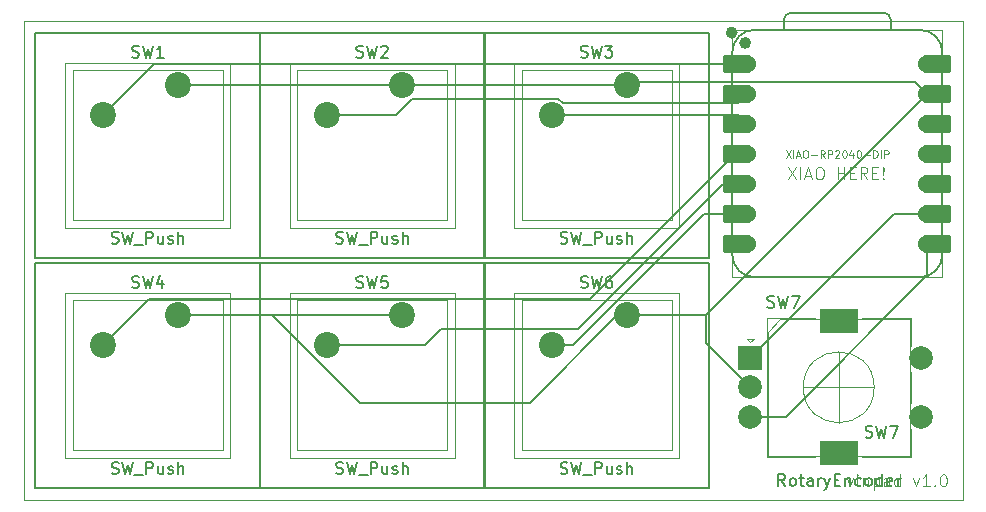
<source format=gbr>
%TF.GenerationSoftware,KiCad,Pcbnew,9.0.3*%
%TF.CreationDate,2025-07-26T11:47:08+12:00*%
%TF.ProjectId,hackpad,6861636b-7061-4642-9e6b-696361645f70,rev?*%
%TF.SameCoordinates,Original*%
%TF.FileFunction,Paste,Bot*%
%TF.FilePolarity,Positive*%
%FSLAX46Y46*%
G04 Gerber Fmt 4.6, Leading zero omitted, Abs format (unit mm)*
G04 Created by KiCad (PCBNEW 9.0.3) date 2025-07-26 11:47:08*
%MOMM*%
%LPD*%
G01*
G04 APERTURE LIST*
G04 Aperture macros list*
%AMRoundRect*
0 Rectangle with rounded corners*
0 $1 Rounding radius*
0 $2 $3 $4 $5 $6 $7 $8 $9 X,Y pos of 4 corners*
0 Add a 4 corners polygon primitive as box body*
4,1,4,$2,$3,$4,$5,$6,$7,$8,$9,$2,$3,0*
0 Add four circle primitives for the rounded corners*
1,1,$1+$1,$2,$3*
1,1,$1+$1,$4,$5*
1,1,$1+$1,$6,$7*
1,1,$1+$1,$8,$9*
0 Add four rect primitives between the rounded corners*
20,1,$1+$1,$2,$3,$4,$5,0*
20,1,$1+$1,$4,$5,$6,$7,0*
20,1,$1+$1,$6,$7,$8,$9,0*
20,1,$1+$1,$8,$9,$2,$3,0*%
G04 Aperture macros list end*
%TA.AperFunction,ComponentPad*%
%ADD10C,2.200000*%
%TD*%
%TA.AperFunction,ComponentPad*%
%ADD11R,2.000000X2.000000*%
%TD*%
%TA.AperFunction,ComponentPad*%
%ADD12C,2.000000*%
%TD*%
%TA.AperFunction,ComponentPad*%
%ADD13R,3.200000X2.000000*%
%TD*%
%TA.AperFunction,SMDPad,CuDef*%
%ADD14RoundRect,0.152400X1.063600X0.609600X-1.063600X0.609600X-1.063600X-0.609600X1.063600X-0.609600X0*%
%TD*%
%TA.AperFunction,ComponentPad*%
%ADD15C,1.524000*%
%TD*%
%TA.AperFunction,SMDPad,CuDef*%
%ADD16RoundRect,0.152400X-1.063600X-0.609600X1.063600X-0.609600X1.063600X0.609600X-1.063600X0.609600X0*%
%TD*%
%TA.AperFunction,Conductor*%
%ADD17C,0.200000*%
%TD*%
%ADD18C,0.100000*%
%ADD19C,0.150000*%
%ADD20C,0.120000*%
%ADD21C,0.127000*%
%ADD22C,0.504000*%
%ADD23C,0.101600*%
%TA.AperFunction,Profile*%
%ADD24C,0.050000*%
%TD*%
G04 APERTURE END LIST*
D10*
%TO.P,SW3,1,1*%
%TO.N,GND*%
X191040000Y-45420000D03*
%TO.P,SW3,2,2*%
%TO.N,Net-(U1-GPIO28{slash}ADC2{slash}A2)*%
X184690000Y-47960000D03*
%TD*%
%TO.P,SW5,1,1*%
%TO.N,GND*%
X172040000Y-64920000D03*
%TO.P,SW5,2,2*%
%TO.N,Net-(U1-GPIO6{slash}SDA)*%
X165690000Y-67460000D03*
%TD*%
%TO.P,SW6,1,1*%
%TO.N,GND*%
X191040000Y-64920000D03*
%TO.P,SW6,2,2*%
%TO.N,Net-(U1-GPIO7{slash}SCL)*%
X184690000Y-67460000D03*
%TD*%
D11*
%TO.P,SW7,A,A*%
%TO.N,Net-(U1-GPIO2{slash}SCK)*%
X201500000Y-68500000D03*
D12*
%TO.P,SW7,B,B*%
%TO.N,Net-(U1-GPIO1{slash}RX)*%
X201500000Y-73500000D03*
%TO.P,SW7,C,C*%
%TO.N,GND*%
X201500000Y-71000000D03*
D13*
%TO.P,SW7,MP*%
%TO.N,N/C*%
X209000000Y-65400000D03*
X209000000Y-76600000D03*
D12*
%TO.P,SW7,S1*%
X216000000Y-73500000D03*
%TO.P,SW7,S2*%
X216000000Y-68500000D03*
%TD*%
D10*
%TO.P,SW1,1,1*%
%TO.N,GND*%
X153040000Y-45420000D03*
%TO.P,SW1,2,2*%
%TO.N,Net-(U1-GPIO26{slash}ADC0{slash}A0)*%
X146690000Y-47960000D03*
%TD*%
D14*
%TO.P,U1,1,GPIO26/ADC0/A0*%
%TO.N,Net-(U1-GPIO26{slash}ADC0{slash}A0)*%
X200425000Y-43648500D03*
D15*
X201260000Y-43648500D03*
D14*
%TO.P,U1,2,GPIO27/ADC1/A1*%
%TO.N,Net-(U1-GPIO27{slash}ADC1{slash}A1)*%
X200425000Y-46188500D03*
D15*
X201260000Y-46188500D03*
D14*
%TO.P,U1,3,GPIO28/ADC2/A2*%
%TO.N,Net-(U1-GPIO28{slash}ADC2{slash}A2)*%
X200425000Y-48728500D03*
D15*
X201260000Y-48728500D03*
D14*
%TO.P,U1,4,GPIO29/ADC3/A3*%
%TO.N,Net-(U1-GPIO29{slash}ADC3{slash}A3)*%
X200425000Y-51268500D03*
D15*
X201260000Y-51268500D03*
D14*
%TO.P,U1,5,GPIO6/SDA*%
%TO.N,Net-(U1-GPIO6{slash}SDA)*%
X200425000Y-53808500D03*
D15*
X201260000Y-53808500D03*
D14*
%TO.P,U1,6,GPIO7/SCL*%
%TO.N,Net-(U1-GPIO7{slash}SCL)*%
X200425000Y-56348500D03*
D15*
X201260000Y-56348500D03*
D14*
%TO.P,U1,7,GPIO0/TX*%
%TO.N,unconnected-(U1-GPIO0{slash}TX-Pad7)*%
X200425000Y-58888500D03*
D15*
X201260000Y-58888500D03*
%TO.P,U1,8,GPIO1/RX*%
%TO.N,Net-(U1-GPIO1{slash}RX)*%
X216500000Y-58888500D03*
D16*
X217335000Y-58888500D03*
D15*
%TO.P,U1,9,GPIO2/SCK*%
%TO.N,Net-(U1-GPIO2{slash}SCK)*%
X216500000Y-56348500D03*
D16*
X217335000Y-56348500D03*
D15*
%TO.P,U1,10,GPIO4/MISO*%
%TO.N,unconnected-(U1-GPIO4{slash}MISO-Pad10)*%
X216500000Y-53808500D03*
D16*
X217335000Y-53808500D03*
D15*
%TO.P,U1,11,GPIO3/MOSI*%
%TO.N,unconnected-(U1-GPIO3{slash}MOSI-Pad11)*%
X216500000Y-51268500D03*
D16*
X217335000Y-51268500D03*
D15*
%TO.P,U1,12,3V3*%
%TO.N,unconnected-(U1-3V3-Pad12)*%
X216500000Y-48728500D03*
D16*
X217335000Y-48728500D03*
D15*
%TO.P,U1,13,GND*%
%TO.N,GND*%
X216500000Y-46188500D03*
D16*
X217335000Y-46188500D03*
D15*
%TO.P,U1,14,VBUS*%
%TO.N,+5V*%
X216500000Y-43648500D03*
D16*
X217335000Y-43648500D03*
%TD*%
D10*
%TO.P,SW2,1,1*%
%TO.N,GND*%
X172040000Y-45420000D03*
%TO.P,SW2,2,2*%
%TO.N,Net-(U1-GPIO27{slash}ADC1{slash}A1)*%
X165690000Y-47960000D03*
%TD*%
%TO.P,SW4,1,1*%
%TO.N,GND*%
X153040000Y-64920000D03*
%TO.P,SW4,2,2*%
%TO.N,Net-(U1-GPIO29{slash}ADC3{slash}A3)*%
X146690000Y-67460000D03*
%TD*%
D17*
%TO.N,GND*%
X172040000Y-45420000D02*
X153040000Y-45420000D01*
X201500000Y-71000000D02*
X197768500Y-67268500D01*
X161000000Y-64920000D02*
X153040000Y-64920000D01*
X182824184Y-72351000D02*
X168469470Y-72351000D01*
X161038470Y-64920000D02*
X161000000Y-64920000D01*
X191334500Y-45125500D02*
X191040000Y-45420000D01*
X190255184Y-64920000D02*
X182824184Y-72351000D01*
X216500000Y-46188500D02*
X215437000Y-45125500D01*
X197768500Y-67268500D02*
X197768500Y-64920000D01*
X191040000Y-45420000D02*
X172040000Y-45420000D01*
X168469470Y-72351000D02*
X161038470Y-64920000D01*
X191040000Y-64920000D02*
X197768500Y-64920000D01*
X215437000Y-45125500D02*
X191334500Y-45125500D01*
X191040000Y-64920000D02*
X190255184Y-64920000D01*
X197768500Y-64920000D02*
X216500000Y-46188500D01*
X161000000Y-64920000D02*
X172040000Y-64920000D01*
%TO.N,Net-(U1-GPIO29{slash}ADC3{slash}A3)*%
X187931870Y-63519000D02*
X200182370Y-51268500D01*
X200182370Y-51268500D02*
X201260000Y-51268500D01*
X150631000Y-63519000D02*
X187931870Y-63519000D01*
X146690000Y-67460000D02*
X150631000Y-63519000D01*
%TO.N,Net-(U1-GPIO1{slash}RX)*%
X204518687Y-73500000D02*
X216500000Y-61518687D01*
X201500000Y-73500000D02*
X204518687Y-73500000D01*
X216500000Y-61518687D02*
X216500000Y-58888500D01*
%TO.N,Net-(U1-GPIO26{slash}ADC0{slash}A0)*%
X151001500Y-43648500D02*
X201260000Y-43648500D01*
X146690000Y-47960000D02*
X151001500Y-43648500D01*
%TO.N,Net-(U1-GPIO2{slash}SCK)*%
X213651500Y-56348500D02*
X216500000Y-56348500D01*
X201500000Y-68500000D02*
X213651500Y-56348500D01*
%TO.N,Net-(U1-GPIO6{slash}SDA)*%
X173960000Y-67460000D02*
X175361000Y-66059000D01*
X199209000Y-53808500D02*
X200425000Y-53808500D01*
X186958500Y-66059000D02*
X199209000Y-53808500D01*
X175361000Y-66059000D02*
X186958500Y-66059000D01*
X165690000Y-67460000D02*
X173960000Y-67460000D01*
%TO.N,Net-(U1-GPIO7{slash}SCL)*%
X197630186Y-56348500D02*
X201260000Y-56348500D01*
X186518686Y-67460000D02*
X197630186Y-56348500D01*
X184690000Y-67460000D02*
X186518686Y-67460000D01*
%TO.N,Net-(U1-GPIO27{slash}ADC1{slash}A1)*%
X185270314Y-46559000D02*
X172882314Y-46559000D01*
X172882314Y-46559000D02*
X171481314Y-47960000D01*
X171481314Y-47960000D02*
X165690000Y-47960000D01*
X200498001Y-46950499D02*
X185661813Y-46950499D01*
X201260000Y-46188500D02*
X200498001Y-46950499D01*
X185661813Y-46950499D02*
X185270314Y-46559000D01*
%TO.N,Net-(U1-GPIO28{slash}ADC2{slash}A2)*%
X184690000Y-47960000D02*
X200491500Y-47960000D01*
X200491500Y-47960000D02*
X201260000Y-48728500D01*
%TD*%
D18*
X204708646Y-52372419D02*
X205375312Y-53372419D01*
X205375312Y-52372419D02*
X204708646Y-53372419D01*
X205756265Y-53372419D02*
X205756265Y-52372419D01*
X206184836Y-53086704D02*
X206661026Y-53086704D01*
X206089598Y-53372419D02*
X206422931Y-52372419D01*
X206422931Y-52372419D02*
X206756264Y-53372419D01*
X207280074Y-52372419D02*
X207470550Y-52372419D01*
X207470550Y-52372419D02*
X207565788Y-52420038D01*
X207565788Y-52420038D02*
X207661026Y-52515276D01*
X207661026Y-52515276D02*
X207708645Y-52705752D01*
X207708645Y-52705752D02*
X207708645Y-53039085D01*
X207708645Y-53039085D02*
X207661026Y-53229561D01*
X207661026Y-53229561D02*
X207565788Y-53324800D01*
X207565788Y-53324800D02*
X207470550Y-53372419D01*
X207470550Y-53372419D02*
X207280074Y-53372419D01*
X207280074Y-53372419D02*
X207184836Y-53324800D01*
X207184836Y-53324800D02*
X207089598Y-53229561D01*
X207089598Y-53229561D02*
X207041979Y-53039085D01*
X207041979Y-53039085D02*
X207041979Y-52705752D01*
X207041979Y-52705752D02*
X207089598Y-52515276D01*
X207089598Y-52515276D02*
X207184836Y-52420038D01*
X207184836Y-52420038D02*
X207280074Y-52372419D01*
X208899122Y-53372419D02*
X208899122Y-52372419D01*
X208899122Y-52848609D02*
X209470550Y-52848609D01*
X209470550Y-53372419D02*
X209470550Y-52372419D01*
X209946741Y-52848609D02*
X210280074Y-52848609D01*
X210422931Y-53372419D02*
X209946741Y-53372419D01*
X209946741Y-53372419D02*
X209946741Y-52372419D01*
X209946741Y-52372419D02*
X210422931Y-52372419D01*
X211422931Y-53372419D02*
X211089598Y-52896228D01*
X210851503Y-53372419D02*
X210851503Y-52372419D01*
X210851503Y-52372419D02*
X211232455Y-52372419D01*
X211232455Y-52372419D02*
X211327693Y-52420038D01*
X211327693Y-52420038D02*
X211375312Y-52467657D01*
X211375312Y-52467657D02*
X211422931Y-52562895D01*
X211422931Y-52562895D02*
X211422931Y-52705752D01*
X211422931Y-52705752D02*
X211375312Y-52800990D01*
X211375312Y-52800990D02*
X211327693Y-52848609D01*
X211327693Y-52848609D02*
X211232455Y-52896228D01*
X211232455Y-52896228D02*
X210851503Y-52896228D01*
X211851503Y-52848609D02*
X212184836Y-52848609D01*
X212327693Y-53372419D02*
X211851503Y-53372419D01*
X211851503Y-53372419D02*
X211851503Y-52372419D01*
X211851503Y-52372419D02*
X212327693Y-52372419D01*
X212756265Y-53277180D02*
X212803884Y-53324800D01*
X212803884Y-53324800D02*
X212756265Y-53372419D01*
X212756265Y-53372419D02*
X212708646Y-53324800D01*
X212708646Y-53324800D02*
X212756265Y-53277180D01*
X212756265Y-53277180D02*
X212756265Y-53372419D01*
X212756265Y-52991466D02*
X212708646Y-52420038D01*
X212708646Y-52420038D02*
X212756265Y-52372419D01*
X212756265Y-52372419D02*
X212803884Y-52420038D01*
X212803884Y-52420038D02*
X212756265Y-52991466D01*
X212756265Y-52991466D02*
X212756265Y-52372419D01*
X209708646Y-78705752D02*
X209946741Y-79372419D01*
X209946741Y-79372419D02*
X210184836Y-78705752D01*
X210565789Y-79372419D02*
X210565789Y-78705752D01*
X210565789Y-78372419D02*
X210518170Y-78420038D01*
X210518170Y-78420038D02*
X210565789Y-78467657D01*
X210565789Y-78467657D02*
X210613408Y-78420038D01*
X210613408Y-78420038D02*
X210565789Y-78372419D01*
X210565789Y-78372419D02*
X210565789Y-78467657D01*
X211041979Y-78705752D02*
X211041979Y-79372419D01*
X211041979Y-78800990D02*
X211089598Y-78753371D01*
X211089598Y-78753371D02*
X211184836Y-78705752D01*
X211184836Y-78705752D02*
X211327693Y-78705752D01*
X211327693Y-78705752D02*
X211422931Y-78753371D01*
X211422931Y-78753371D02*
X211470550Y-78848609D01*
X211470550Y-78848609D02*
X211470550Y-79372419D01*
X211946741Y-78705752D02*
X211946741Y-79705752D01*
X211946741Y-78753371D02*
X212041979Y-78705752D01*
X212041979Y-78705752D02*
X212232455Y-78705752D01*
X212232455Y-78705752D02*
X212327693Y-78753371D01*
X212327693Y-78753371D02*
X212375312Y-78800990D01*
X212375312Y-78800990D02*
X212422931Y-78896228D01*
X212422931Y-78896228D02*
X212422931Y-79181942D01*
X212422931Y-79181942D02*
X212375312Y-79277180D01*
X212375312Y-79277180D02*
X212327693Y-79324800D01*
X212327693Y-79324800D02*
X212232455Y-79372419D01*
X212232455Y-79372419D02*
X212041979Y-79372419D01*
X212041979Y-79372419D02*
X211946741Y-79324800D01*
X213280074Y-79372419D02*
X213280074Y-78848609D01*
X213280074Y-78848609D02*
X213232455Y-78753371D01*
X213232455Y-78753371D02*
X213137217Y-78705752D01*
X213137217Y-78705752D02*
X212946741Y-78705752D01*
X212946741Y-78705752D02*
X212851503Y-78753371D01*
X213280074Y-79324800D02*
X213184836Y-79372419D01*
X213184836Y-79372419D02*
X212946741Y-79372419D01*
X212946741Y-79372419D02*
X212851503Y-79324800D01*
X212851503Y-79324800D02*
X212803884Y-79229561D01*
X212803884Y-79229561D02*
X212803884Y-79134323D01*
X212803884Y-79134323D02*
X212851503Y-79039085D01*
X212851503Y-79039085D02*
X212946741Y-78991466D01*
X212946741Y-78991466D02*
X213184836Y-78991466D01*
X213184836Y-78991466D02*
X213280074Y-78943847D01*
X214184836Y-79372419D02*
X214184836Y-78372419D01*
X214184836Y-79324800D02*
X214089598Y-79372419D01*
X214089598Y-79372419D02*
X213899122Y-79372419D01*
X213899122Y-79372419D02*
X213803884Y-79324800D01*
X213803884Y-79324800D02*
X213756265Y-79277180D01*
X213756265Y-79277180D02*
X213708646Y-79181942D01*
X213708646Y-79181942D02*
X213708646Y-78896228D01*
X213708646Y-78896228D02*
X213756265Y-78800990D01*
X213756265Y-78800990D02*
X213803884Y-78753371D01*
X213803884Y-78753371D02*
X213899122Y-78705752D01*
X213899122Y-78705752D02*
X214089598Y-78705752D01*
X214089598Y-78705752D02*
X214184836Y-78753371D01*
X215327694Y-78705752D02*
X215565789Y-79372419D01*
X215565789Y-79372419D02*
X215803884Y-78705752D01*
X216708646Y-79372419D02*
X216137218Y-79372419D01*
X216422932Y-79372419D02*
X216422932Y-78372419D01*
X216422932Y-78372419D02*
X216327694Y-78515276D01*
X216327694Y-78515276D02*
X216232456Y-78610514D01*
X216232456Y-78610514D02*
X216137218Y-78658133D01*
X217137218Y-79277180D02*
X217184837Y-79324800D01*
X217184837Y-79324800D02*
X217137218Y-79372419D01*
X217137218Y-79372419D02*
X217089599Y-79324800D01*
X217089599Y-79324800D02*
X217137218Y-79277180D01*
X217137218Y-79277180D02*
X217137218Y-79372419D01*
X217803884Y-78372419D02*
X217899122Y-78372419D01*
X217899122Y-78372419D02*
X217994360Y-78420038D01*
X217994360Y-78420038D02*
X218041979Y-78467657D01*
X218041979Y-78467657D02*
X218089598Y-78562895D01*
X218089598Y-78562895D02*
X218137217Y-78753371D01*
X218137217Y-78753371D02*
X218137217Y-78991466D01*
X218137217Y-78991466D02*
X218089598Y-79181942D01*
X218089598Y-79181942D02*
X218041979Y-79277180D01*
X218041979Y-79277180D02*
X217994360Y-79324800D01*
X217994360Y-79324800D02*
X217899122Y-79372419D01*
X217899122Y-79372419D02*
X217803884Y-79372419D01*
X217803884Y-79372419D02*
X217708646Y-79324800D01*
X217708646Y-79324800D02*
X217661027Y-79277180D01*
X217661027Y-79277180D02*
X217613408Y-79181942D01*
X217613408Y-79181942D02*
X217565789Y-78991466D01*
X217565789Y-78991466D02*
X217565789Y-78753371D01*
X217565789Y-78753371D02*
X217613408Y-78562895D01*
X217613408Y-78562895D02*
X217661027Y-78467657D01*
X217661027Y-78467657D02*
X217708646Y-78420038D01*
X217708646Y-78420038D02*
X217803884Y-78372419D01*
D19*
X187166667Y-43033200D02*
X187309524Y-43080819D01*
X187309524Y-43080819D02*
X187547619Y-43080819D01*
X187547619Y-43080819D02*
X187642857Y-43033200D01*
X187642857Y-43033200D02*
X187690476Y-42985580D01*
X187690476Y-42985580D02*
X187738095Y-42890342D01*
X187738095Y-42890342D02*
X187738095Y-42795104D01*
X187738095Y-42795104D02*
X187690476Y-42699866D01*
X187690476Y-42699866D02*
X187642857Y-42652247D01*
X187642857Y-42652247D02*
X187547619Y-42604628D01*
X187547619Y-42604628D02*
X187357143Y-42557009D01*
X187357143Y-42557009D02*
X187261905Y-42509390D01*
X187261905Y-42509390D02*
X187214286Y-42461771D01*
X187214286Y-42461771D02*
X187166667Y-42366533D01*
X187166667Y-42366533D02*
X187166667Y-42271295D01*
X187166667Y-42271295D02*
X187214286Y-42176057D01*
X187214286Y-42176057D02*
X187261905Y-42128438D01*
X187261905Y-42128438D02*
X187357143Y-42080819D01*
X187357143Y-42080819D02*
X187595238Y-42080819D01*
X187595238Y-42080819D02*
X187738095Y-42128438D01*
X188071429Y-42080819D02*
X188309524Y-43080819D01*
X188309524Y-43080819D02*
X188500000Y-42366533D01*
X188500000Y-42366533D02*
X188690476Y-43080819D01*
X188690476Y-43080819D02*
X188928572Y-42080819D01*
X189214286Y-42080819D02*
X189833333Y-42080819D01*
X189833333Y-42080819D02*
X189500000Y-42461771D01*
X189500000Y-42461771D02*
X189642857Y-42461771D01*
X189642857Y-42461771D02*
X189738095Y-42509390D01*
X189738095Y-42509390D02*
X189785714Y-42557009D01*
X189785714Y-42557009D02*
X189833333Y-42652247D01*
X189833333Y-42652247D02*
X189833333Y-42890342D01*
X189833333Y-42890342D02*
X189785714Y-42985580D01*
X189785714Y-42985580D02*
X189738095Y-43033200D01*
X189738095Y-43033200D02*
X189642857Y-43080819D01*
X189642857Y-43080819D02*
X189357143Y-43080819D01*
X189357143Y-43080819D02*
X189261905Y-43033200D01*
X189261905Y-43033200D02*
X189214286Y-42985580D01*
X168166667Y-62533200D02*
X168309524Y-62580819D01*
X168309524Y-62580819D02*
X168547619Y-62580819D01*
X168547619Y-62580819D02*
X168642857Y-62533200D01*
X168642857Y-62533200D02*
X168690476Y-62485580D01*
X168690476Y-62485580D02*
X168738095Y-62390342D01*
X168738095Y-62390342D02*
X168738095Y-62295104D01*
X168738095Y-62295104D02*
X168690476Y-62199866D01*
X168690476Y-62199866D02*
X168642857Y-62152247D01*
X168642857Y-62152247D02*
X168547619Y-62104628D01*
X168547619Y-62104628D02*
X168357143Y-62057009D01*
X168357143Y-62057009D02*
X168261905Y-62009390D01*
X168261905Y-62009390D02*
X168214286Y-61961771D01*
X168214286Y-61961771D02*
X168166667Y-61866533D01*
X168166667Y-61866533D02*
X168166667Y-61771295D01*
X168166667Y-61771295D02*
X168214286Y-61676057D01*
X168214286Y-61676057D02*
X168261905Y-61628438D01*
X168261905Y-61628438D02*
X168357143Y-61580819D01*
X168357143Y-61580819D02*
X168595238Y-61580819D01*
X168595238Y-61580819D02*
X168738095Y-61628438D01*
X169071429Y-61580819D02*
X169309524Y-62580819D01*
X169309524Y-62580819D02*
X169500000Y-61866533D01*
X169500000Y-61866533D02*
X169690476Y-62580819D01*
X169690476Y-62580819D02*
X169928572Y-61580819D01*
X170785714Y-61580819D02*
X170309524Y-61580819D01*
X170309524Y-61580819D02*
X170261905Y-62057009D01*
X170261905Y-62057009D02*
X170309524Y-62009390D01*
X170309524Y-62009390D02*
X170404762Y-61961771D01*
X170404762Y-61961771D02*
X170642857Y-61961771D01*
X170642857Y-61961771D02*
X170738095Y-62009390D01*
X170738095Y-62009390D02*
X170785714Y-62057009D01*
X170785714Y-62057009D02*
X170833333Y-62152247D01*
X170833333Y-62152247D02*
X170833333Y-62390342D01*
X170833333Y-62390342D02*
X170785714Y-62485580D01*
X170785714Y-62485580D02*
X170738095Y-62533200D01*
X170738095Y-62533200D02*
X170642857Y-62580819D01*
X170642857Y-62580819D02*
X170404762Y-62580819D01*
X170404762Y-62580819D02*
X170309524Y-62533200D01*
X170309524Y-62533200D02*
X170261905Y-62485580D01*
X187166667Y-62533200D02*
X187309524Y-62580819D01*
X187309524Y-62580819D02*
X187547619Y-62580819D01*
X187547619Y-62580819D02*
X187642857Y-62533200D01*
X187642857Y-62533200D02*
X187690476Y-62485580D01*
X187690476Y-62485580D02*
X187738095Y-62390342D01*
X187738095Y-62390342D02*
X187738095Y-62295104D01*
X187738095Y-62295104D02*
X187690476Y-62199866D01*
X187690476Y-62199866D02*
X187642857Y-62152247D01*
X187642857Y-62152247D02*
X187547619Y-62104628D01*
X187547619Y-62104628D02*
X187357143Y-62057009D01*
X187357143Y-62057009D02*
X187261905Y-62009390D01*
X187261905Y-62009390D02*
X187214286Y-61961771D01*
X187214286Y-61961771D02*
X187166667Y-61866533D01*
X187166667Y-61866533D02*
X187166667Y-61771295D01*
X187166667Y-61771295D02*
X187214286Y-61676057D01*
X187214286Y-61676057D02*
X187261905Y-61628438D01*
X187261905Y-61628438D02*
X187357143Y-61580819D01*
X187357143Y-61580819D02*
X187595238Y-61580819D01*
X187595238Y-61580819D02*
X187738095Y-61628438D01*
X188071429Y-61580819D02*
X188309524Y-62580819D01*
X188309524Y-62580819D02*
X188500000Y-61866533D01*
X188500000Y-61866533D02*
X188690476Y-62580819D01*
X188690476Y-62580819D02*
X188928572Y-61580819D01*
X189738095Y-61580819D02*
X189547619Y-61580819D01*
X189547619Y-61580819D02*
X189452381Y-61628438D01*
X189452381Y-61628438D02*
X189404762Y-61676057D01*
X189404762Y-61676057D02*
X189309524Y-61818914D01*
X189309524Y-61818914D02*
X189261905Y-62009390D01*
X189261905Y-62009390D02*
X189261905Y-62390342D01*
X189261905Y-62390342D02*
X189309524Y-62485580D01*
X189309524Y-62485580D02*
X189357143Y-62533200D01*
X189357143Y-62533200D02*
X189452381Y-62580819D01*
X189452381Y-62580819D02*
X189642857Y-62580819D01*
X189642857Y-62580819D02*
X189738095Y-62533200D01*
X189738095Y-62533200D02*
X189785714Y-62485580D01*
X189785714Y-62485580D02*
X189833333Y-62390342D01*
X189833333Y-62390342D02*
X189833333Y-62152247D01*
X189833333Y-62152247D02*
X189785714Y-62057009D01*
X189785714Y-62057009D02*
X189738095Y-62009390D01*
X189738095Y-62009390D02*
X189642857Y-61961771D01*
X189642857Y-61961771D02*
X189452381Y-61961771D01*
X189452381Y-61961771D02*
X189357143Y-62009390D01*
X189357143Y-62009390D02*
X189309524Y-62057009D01*
X189309524Y-62057009D02*
X189261905Y-62152247D01*
X202966667Y-64207200D02*
X203109524Y-64254819D01*
X203109524Y-64254819D02*
X203347619Y-64254819D01*
X203347619Y-64254819D02*
X203442857Y-64207200D01*
X203442857Y-64207200D02*
X203490476Y-64159580D01*
X203490476Y-64159580D02*
X203538095Y-64064342D01*
X203538095Y-64064342D02*
X203538095Y-63969104D01*
X203538095Y-63969104D02*
X203490476Y-63873866D01*
X203490476Y-63873866D02*
X203442857Y-63826247D01*
X203442857Y-63826247D02*
X203347619Y-63778628D01*
X203347619Y-63778628D02*
X203157143Y-63731009D01*
X203157143Y-63731009D02*
X203061905Y-63683390D01*
X203061905Y-63683390D02*
X203014286Y-63635771D01*
X203014286Y-63635771D02*
X202966667Y-63540533D01*
X202966667Y-63540533D02*
X202966667Y-63445295D01*
X202966667Y-63445295D02*
X203014286Y-63350057D01*
X203014286Y-63350057D02*
X203061905Y-63302438D01*
X203061905Y-63302438D02*
X203157143Y-63254819D01*
X203157143Y-63254819D02*
X203395238Y-63254819D01*
X203395238Y-63254819D02*
X203538095Y-63302438D01*
X203871429Y-63254819D02*
X204109524Y-64254819D01*
X204109524Y-64254819D02*
X204300000Y-63540533D01*
X204300000Y-63540533D02*
X204490476Y-64254819D01*
X204490476Y-64254819D02*
X204728572Y-63254819D01*
X205014286Y-63254819D02*
X205680952Y-63254819D01*
X205680952Y-63254819D02*
X205252381Y-64254819D01*
X149166667Y-43033200D02*
X149309524Y-43080819D01*
X149309524Y-43080819D02*
X149547619Y-43080819D01*
X149547619Y-43080819D02*
X149642857Y-43033200D01*
X149642857Y-43033200D02*
X149690476Y-42985580D01*
X149690476Y-42985580D02*
X149738095Y-42890342D01*
X149738095Y-42890342D02*
X149738095Y-42795104D01*
X149738095Y-42795104D02*
X149690476Y-42699866D01*
X149690476Y-42699866D02*
X149642857Y-42652247D01*
X149642857Y-42652247D02*
X149547619Y-42604628D01*
X149547619Y-42604628D02*
X149357143Y-42557009D01*
X149357143Y-42557009D02*
X149261905Y-42509390D01*
X149261905Y-42509390D02*
X149214286Y-42461771D01*
X149214286Y-42461771D02*
X149166667Y-42366533D01*
X149166667Y-42366533D02*
X149166667Y-42271295D01*
X149166667Y-42271295D02*
X149214286Y-42176057D01*
X149214286Y-42176057D02*
X149261905Y-42128438D01*
X149261905Y-42128438D02*
X149357143Y-42080819D01*
X149357143Y-42080819D02*
X149595238Y-42080819D01*
X149595238Y-42080819D02*
X149738095Y-42128438D01*
X150071429Y-42080819D02*
X150309524Y-43080819D01*
X150309524Y-43080819D02*
X150500000Y-42366533D01*
X150500000Y-42366533D02*
X150690476Y-43080819D01*
X150690476Y-43080819D02*
X150928572Y-42080819D01*
X151833333Y-43080819D02*
X151261905Y-43080819D01*
X151547619Y-43080819D02*
X151547619Y-42080819D01*
X151547619Y-42080819D02*
X151452381Y-42223676D01*
X151452381Y-42223676D02*
X151357143Y-42318914D01*
X151357143Y-42318914D02*
X151261905Y-42366533D01*
X168166667Y-43033200D02*
X168309524Y-43080819D01*
X168309524Y-43080819D02*
X168547619Y-43080819D01*
X168547619Y-43080819D02*
X168642857Y-43033200D01*
X168642857Y-43033200D02*
X168690476Y-42985580D01*
X168690476Y-42985580D02*
X168738095Y-42890342D01*
X168738095Y-42890342D02*
X168738095Y-42795104D01*
X168738095Y-42795104D02*
X168690476Y-42699866D01*
X168690476Y-42699866D02*
X168642857Y-42652247D01*
X168642857Y-42652247D02*
X168547619Y-42604628D01*
X168547619Y-42604628D02*
X168357143Y-42557009D01*
X168357143Y-42557009D02*
X168261905Y-42509390D01*
X168261905Y-42509390D02*
X168214286Y-42461771D01*
X168214286Y-42461771D02*
X168166667Y-42366533D01*
X168166667Y-42366533D02*
X168166667Y-42271295D01*
X168166667Y-42271295D02*
X168214286Y-42176057D01*
X168214286Y-42176057D02*
X168261905Y-42128438D01*
X168261905Y-42128438D02*
X168357143Y-42080819D01*
X168357143Y-42080819D02*
X168595238Y-42080819D01*
X168595238Y-42080819D02*
X168738095Y-42128438D01*
X169071429Y-42080819D02*
X169309524Y-43080819D01*
X169309524Y-43080819D02*
X169500000Y-42366533D01*
X169500000Y-42366533D02*
X169690476Y-43080819D01*
X169690476Y-43080819D02*
X169928572Y-42080819D01*
X170261905Y-42176057D02*
X170309524Y-42128438D01*
X170309524Y-42128438D02*
X170404762Y-42080819D01*
X170404762Y-42080819D02*
X170642857Y-42080819D01*
X170642857Y-42080819D02*
X170738095Y-42128438D01*
X170738095Y-42128438D02*
X170785714Y-42176057D01*
X170785714Y-42176057D02*
X170833333Y-42271295D01*
X170833333Y-42271295D02*
X170833333Y-42366533D01*
X170833333Y-42366533D02*
X170785714Y-42509390D01*
X170785714Y-42509390D02*
X170214286Y-43080819D01*
X170214286Y-43080819D02*
X170833333Y-43080819D01*
X149166667Y-62533200D02*
X149309524Y-62580819D01*
X149309524Y-62580819D02*
X149547619Y-62580819D01*
X149547619Y-62580819D02*
X149642857Y-62533200D01*
X149642857Y-62533200D02*
X149690476Y-62485580D01*
X149690476Y-62485580D02*
X149738095Y-62390342D01*
X149738095Y-62390342D02*
X149738095Y-62295104D01*
X149738095Y-62295104D02*
X149690476Y-62199866D01*
X149690476Y-62199866D02*
X149642857Y-62152247D01*
X149642857Y-62152247D02*
X149547619Y-62104628D01*
X149547619Y-62104628D02*
X149357143Y-62057009D01*
X149357143Y-62057009D02*
X149261905Y-62009390D01*
X149261905Y-62009390D02*
X149214286Y-61961771D01*
X149214286Y-61961771D02*
X149166667Y-61866533D01*
X149166667Y-61866533D02*
X149166667Y-61771295D01*
X149166667Y-61771295D02*
X149214286Y-61676057D01*
X149214286Y-61676057D02*
X149261905Y-61628438D01*
X149261905Y-61628438D02*
X149357143Y-61580819D01*
X149357143Y-61580819D02*
X149595238Y-61580819D01*
X149595238Y-61580819D02*
X149738095Y-61628438D01*
X150071429Y-61580819D02*
X150309524Y-62580819D01*
X150309524Y-62580819D02*
X150500000Y-61866533D01*
X150500000Y-61866533D02*
X150690476Y-62580819D01*
X150690476Y-62580819D02*
X150928572Y-61580819D01*
X151738095Y-61914152D02*
X151738095Y-62580819D01*
X151500000Y-61533200D02*
X151261905Y-62247485D01*
X151261905Y-62247485D02*
X151880952Y-62247485D01*
D20*
%TO.C,SW3*%
X181515000Y-43515000D02*
X195485000Y-43515000D01*
X181515000Y-57485000D02*
X181515000Y-43515000D01*
X195485000Y-43515000D02*
X195485000Y-57485000D01*
X195485000Y-57485000D02*
X181515000Y-57485000D01*
%TO.C,SW5*%
X162515000Y-63015000D02*
X176485000Y-63015000D01*
X162515000Y-76985000D02*
X162515000Y-63015000D01*
X176485000Y-63015000D02*
X176485000Y-76985000D01*
X176485000Y-76985000D02*
X162515000Y-76985000D01*
%TO.C,SW6*%
X181515000Y-63015000D02*
X195485000Y-63015000D01*
X181515000Y-76985000D02*
X181515000Y-63015000D01*
X195485000Y-63015000D02*
X195485000Y-76985000D01*
X195485000Y-76985000D02*
X181515000Y-76985000D01*
%TO.C,SW7*%
X201200000Y-66900000D02*
X201800000Y-66900000D01*
X201500000Y-67200000D02*
X201200000Y-66900000D01*
X201800000Y-66900000D02*
X201500000Y-67200000D01*
X202900000Y-65100000D02*
X202900000Y-76900000D01*
X207000000Y-65100000D02*
X202900000Y-65100000D01*
X207000000Y-76900000D02*
X202900000Y-76900000D01*
X211000000Y-65100000D02*
X215100000Y-65100000D01*
X215100000Y-65100000D02*
X215100000Y-67500000D01*
X215100000Y-69700000D02*
X215100000Y-72300000D01*
X215100000Y-74500000D02*
X215100000Y-76900000D01*
X215100000Y-76900000D02*
X211000000Y-76900000D01*
X212000000Y-71000000D02*
G75*
G02*
X206000000Y-71000000I-3000000J0D01*
G01*
X206000000Y-71000000D02*
G75*
G02*
X212000000Y-71000000I3000000J0D01*
G01*
%TO.C,SW1*%
X143515000Y-43515000D02*
X157485000Y-43515000D01*
X143515000Y-57485000D02*
X143515000Y-43515000D01*
X157485000Y-43515000D02*
X157485000Y-57485000D01*
X157485000Y-57485000D02*
X143515000Y-57485000D01*
D21*
%TO.C,U1*%
X199990000Y-59777500D02*
X199990000Y-42632500D01*
X201895000Y-61682500D02*
X215865000Y-61682500D01*
X204385000Y-40727500D02*
X204388728Y-39817228D01*
X204888728Y-39317500D02*
X212884000Y-39317500D01*
X213384000Y-39817500D02*
X213384000Y-40727500D01*
D18*
X215865000Y-40727500D02*
X201895000Y-40727500D01*
D21*
X215865000Y-40727500D02*
X201895000Y-40727500D01*
X217770000Y-59777500D02*
X217770000Y-42632500D01*
X199990000Y-42632500D02*
G75*
G02*
X201895000Y-40727500I1905001J-1D01*
G01*
X201895000Y-61682500D02*
G75*
G02*
X199990000Y-59777500I1J1905001D01*
G01*
X204388728Y-39817228D02*
G75*
G02*
X204888728Y-39317501I500018J-291D01*
G01*
X212884000Y-39317500D02*
G75*
G02*
X213384000Y-39817500I0J-500000D01*
G01*
X215865000Y-40727500D02*
G75*
G02*
X217770000Y-42632500I0J-1905000D01*
G01*
X217770000Y-59777500D02*
G75*
G02*
X215865000Y-61682500I-1905000J0D01*
G01*
D22*
X200182000Y-40968500D02*
G75*
G02*
X199678000Y-40968500I-252000J0D01*
G01*
X199678000Y-40968500D02*
G75*
G02*
X200182000Y-40968500I252000J0D01*
G01*
X201325000Y-41848500D02*
G75*
G02*
X200821000Y-41848500I-252000J0D01*
G01*
X200821000Y-41848500D02*
G75*
G02*
X201325000Y-41848500I252000J0D01*
G01*
D20*
%TO.C,SW2*%
X162515000Y-43515000D02*
X176485000Y-43515000D01*
X162515000Y-57485000D02*
X162515000Y-43515000D01*
X176485000Y-43515000D02*
X176485000Y-57485000D01*
X176485000Y-57485000D02*
X162515000Y-57485000D01*
%TO.C,SW4*%
X143515000Y-63015000D02*
X157485000Y-63015000D01*
X143515000Y-76985000D02*
X143515000Y-63015000D01*
X157485000Y-63015000D02*
X157485000Y-76985000D01*
X157485000Y-76985000D02*
X143515000Y-76985000D01*
%TD*%
D19*
X185452381Y-58781200D02*
X185595238Y-58828819D01*
X185595238Y-58828819D02*
X185833333Y-58828819D01*
X185833333Y-58828819D02*
X185928571Y-58781200D01*
X185928571Y-58781200D02*
X185976190Y-58733580D01*
X185976190Y-58733580D02*
X186023809Y-58638342D01*
X186023809Y-58638342D02*
X186023809Y-58543104D01*
X186023809Y-58543104D02*
X185976190Y-58447866D01*
X185976190Y-58447866D02*
X185928571Y-58400247D01*
X185928571Y-58400247D02*
X185833333Y-58352628D01*
X185833333Y-58352628D02*
X185642857Y-58305009D01*
X185642857Y-58305009D02*
X185547619Y-58257390D01*
X185547619Y-58257390D02*
X185500000Y-58209771D01*
X185500000Y-58209771D02*
X185452381Y-58114533D01*
X185452381Y-58114533D02*
X185452381Y-58019295D01*
X185452381Y-58019295D02*
X185500000Y-57924057D01*
X185500000Y-57924057D02*
X185547619Y-57876438D01*
X185547619Y-57876438D02*
X185642857Y-57828819D01*
X185642857Y-57828819D02*
X185880952Y-57828819D01*
X185880952Y-57828819D02*
X186023809Y-57876438D01*
X186357143Y-57828819D02*
X186595238Y-58828819D01*
X186595238Y-58828819D02*
X186785714Y-58114533D01*
X186785714Y-58114533D02*
X186976190Y-58828819D01*
X186976190Y-58828819D02*
X187214286Y-57828819D01*
X187357143Y-58924057D02*
X188119047Y-58924057D01*
X188357143Y-58828819D02*
X188357143Y-57828819D01*
X188357143Y-57828819D02*
X188738095Y-57828819D01*
X188738095Y-57828819D02*
X188833333Y-57876438D01*
X188833333Y-57876438D02*
X188880952Y-57924057D01*
X188880952Y-57924057D02*
X188928571Y-58019295D01*
X188928571Y-58019295D02*
X188928571Y-58162152D01*
X188928571Y-58162152D02*
X188880952Y-58257390D01*
X188880952Y-58257390D02*
X188833333Y-58305009D01*
X188833333Y-58305009D02*
X188738095Y-58352628D01*
X188738095Y-58352628D02*
X188357143Y-58352628D01*
X189785714Y-58162152D02*
X189785714Y-58828819D01*
X189357143Y-58162152D02*
X189357143Y-58685961D01*
X189357143Y-58685961D02*
X189404762Y-58781200D01*
X189404762Y-58781200D02*
X189500000Y-58828819D01*
X189500000Y-58828819D02*
X189642857Y-58828819D01*
X189642857Y-58828819D02*
X189738095Y-58781200D01*
X189738095Y-58781200D02*
X189785714Y-58733580D01*
X190214286Y-58781200D02*
X190309524Y-58828819D01*
X190309524Y-58828819D02*
X190500000Y-58828819D01*
X190500000Y-58828819D02*
X190595238Y-58781200D01*
X190595238Y-58781200D02*
X190642857Y-58685961D01*
X190642857Y-58685961D02*
X190642857Y-58638342D01*
X190642857Y-58638342D02*
X190595238Y-58543104D01*
X190595238Y-58543104D02*
X190500000Y-58495485D01*
X190500000Y-58495485D02*
X190357143Y-58495485D01*
X190357143Y-58495485D02*
X190261905Y-58447866D01*
X190261905Y-58447866D02*
X190214286Y-58352628D01*
X190214286Y-58352628D02*
X190214286Y-58305009D01*
X190214286Y-58305009D02*
X190261905Y-58209771D01*
X190261905Y-58209771D02*
X190357143Y-58162152D01*
X190357143Y-58162152D02*
X190500000Y-58162152D01*
X190500000Y-58162152D02*
X190595238Y-58209771D01*
X191071429Y-58828819D02*
X191071429Y-57828819D01*
X191500000Y-58828819D02*
X191500000Y-58305009D01*
X191500000Y-58305009D02*
X191452381Y-58209771D01*
X191452381Y-58209771D02*
X191357143Y-58162152D01*
X191357143Y-58162152D02*
X191214286Y-58162152D01*
X191214286Y-58162152D02*
X191119048Y-58209771D01*
X191119048Y-58209771D02*
X191071429Y-58257390D01*
X187166667Y-43033200D02*
X187309524Y-43080819D01*
X187309524Y-43080819D02*
X187547619Y-43080819D01*
X187547619Y-43080819D02*
X187642857Y-43033200D01*
X187642857Y-43033200D02*
X187690476Y-42985580D01*
X187690476Y-42985580D02*
X187738095Y-42890342D01*
X187738095Y-42890342D02*
X187738095Y-42795104D01*
X187738095Y-42795104D02*
X187690476Y-42699866D01*
X187690476Y-42699866D02*
X187642857Y-42652247D01*
X187642857Y-42652247D02*
X187547619Y-42604628D01*
X187547619Y-42604628D02*
X187357143Y-42557009D01*
X187357143Y-42557009D02*
X187261905Y-42509390D01*
X187261905Y-42509390D02*
X187214286Y-42461771D01*
X187214286Y-42461771D02*
X187166667Y-42366533D01*
X187166667Y-42366533D02*
X187166667Y-42271295D01*
X187166667Y-42271295D02*
X187214286Y-42176057D01*
X187214286Y-42176057D02*
X187261905Y-42128438D01*
X187261905Y-42128438D02*
X187357143Y-42080819D01*
X187357143Y-42080819D02*
X187595238Y-42080819D01*
X187595238Y-42080819D02*
X187738095Y-42128438D01*
X188071429Y-42080819D02*
X188309524Y-43080819D01*
X188309524Y-43080819D02*
X188500000Y-42366533D01*
X188500000Y-42366533D02*
X188690476Y-43080819D01*
X188690476Y-43080819D02*
X188928572Y-42080819D01*
X189214286Y-42080819D02*
X189833333Y-42080819D01*
X189833333Y-42080819D02*
X189500000Y-42461771D01*
X189500000Y-42461771D02*
X189642857Y-42461771D01*
X189642857Y-42461771D02*
X189738095Y-42509390D01*
X189738095Y-42509390D02*
X189785714Y-42557009D01*
X189785714Y-42557009D02*
X189833333Y-42652247D01*
X189833333Y-42652247D02*
X189833333Y-42890342D01*
X189833333Y-42890342D02*
X189785714Y-42985580D01*
X189785714Y-42985580D02*
X189738095Y-43033200D01*
X189738095Y-43033200D02*
X189642857Y-43080819D01*
X189642857Y-43080819D02*
X189357143Y-43080819D01*
X189357143Y-43080819D02*
X189261905Y-43033200D01*
X189261905Y-43033200D02*
X189214286Y-42985580D01*
X166452381Y-78281200D02*
X166595238Y-78328819D01*
X166595238Y-78328819D02*
X166833333Y-78328819D01*
X166833333Y-78328819D02*
X166928571Y-78281200D01*
X166928571Y-78281200D02*
X166976190Y-78233580D01*
X166976190Y-78233580D02*
X167023809Y-78138342D01*
X167023809Y-78138342D02*
X167023809Y-78043104D01*
X167023809Y-78043104D02*
X166976190Y-77947866D01*
X166976190Y-77947866D02*
X166928571Y-77900247D01*
X166928571Y-77900247D02*
X166833333Y-77852628D01*
X166833333Y-77852628D02*
X166642857Y-77805009D01*
X166642857Y-77805009D02*
X166547619Y-77757390D01*
X166547619Y-77757390D02*
X166500000Y-77709771D01*
X166500000Y-77709771D02*
X166452381Y-77614533D01*
X166452381Y-77614533D02*
X166452381Y-77519295D01*
X166452381Y-77519295D02*
X166500000Y-77424057D01*
X166500000Y-77424057D02*
X166547619Y-77376438D01*
X166547619Y-77376438D02*
X166642857Y-77328819D01*
X166642857Y-77328819D02*
X166880952Y-77328819D01*
X166880952Y-77328819D02*
X167023809Y-77376438D01*
X167357143Y-77328819D02*
X167595238Y-78328819D01*
X167595238Y-78328819D02*
X167785714Y-77614533D01*
X167785714Y-77614533D02*
X167976190Y-78328819D01*
X167976190Y-78328819D02*
X168214286Y-77328819D01*
X168357143Y-78424057D02*
X169119047Y-78424057D01*
X169357143Y-78328819D02*
X169357143Y-77328819D01*
X169357143Y-77328819D02*
X169738095Y-77328819D01*
X169738095Y-77328819D02*
X169833333Y-77376438D01*
X169833333Y-77376438D02*
X169880952Y-77424057D01*
X169880952Y-77424057D02*
X169928571Y-77519295D01*
X169928571Y-77519295D02*
X169928571Y-77662152D01*
X169928571Y-77662152D02*
X169880952Y-77757390D01*
X169880952Y-77757390D02*
X169833333Y-77805009D01*
X169833333Y-77805009D02*
X169738095Y-77852628D01*
X169738095Y-77852628D02*
X169357143Y-77852628D01*
X170785714Y-77662152D02*
X170785714Y-78328819D01*
X170357143Y-77662152D02*
X170357143Y-78185961D01*
X170357143Y-78185961D02*
X170404762Y-78281200D01*
X170404762Y-78281200D02*
X170500000Y-78328819D01*
X170500000Y-78328819D02*
X170642857Y-78328819D01*
X170642857Y-78328819D02*
X170738095Y-78281200D01*
X170738095Y-78281200D02*
X170785714Y-78233580D01*
X171214286Y-78281200D02*
X171309524Y-78328819D01*
X171309524Y-78328819D02*
X171500000Y-78328819D01*
X171500000Y-78328819D02*
X171595238Y-78281200D01*
X171595238Y-78281200D02*
X171642857Y-78185961D01*
X171642857Y-78185961D02*
X171642857Y-78138342D01*
X171642857Y-78138342D02*
X171595238Y-78043104D01*
X171595238Y-78043104D02*
X171500000Y-77995485D01*
X171500000Y-77995485D02*
X171357143Y-77995485D01*
X171357143Y-77995485D02*
X171261905Y-77947866D01*
X171261905Y-77947866D02*
X171214286Y-77852628D01*
X171214286Y-77852628D02*
X171214286Y-77805009D01*
X171214286Y-77805009D02*
X171261905Y-77709771D01*
X171261905Y-77709771D02*
X171357143Y-77662152D01*
X171357143Y-77662152D02*
X171500000Y-77662152D01*
X171500000Y-77662152D02*
X171595238Y-77709771D01*
X172071429Y-78328819D02*
X172071429Y-77328819D01*
X172500000Y-78328819D02*
X172500000Y-77805009D01*
X172500000Y-77805009D02*
X172452381Y-77709771D01*
X172452381Y-77709771D02*
X172357143Y-77662152D01*
X172357143Y-77662152D02*
X172214286Y-77662152D01*
X172214286Y-77662152D02*
X172119048Y-77709771D01*
X172119048Y-77709771D02*
X172071429Y-77757390D01*
X168166667Y-62533200D02*
X168309524Y-62580819D01*
X168309524Y-62580819D02*
X168547619Y-62580819D01*
X168547619Y-62580819D02*
X168642857Y-62533200D01*
X168642857Y-62533200D02*
X168690476Y-62485580D01*
X168690476Y-62485580D02*
X168738095Y-62390342D01*
X168738095Y-62390342D02*
X168738095Y-62295104D01*
X168738095Y-62295104D02*
X168690476Y-62199866D01*
X168690476Y-62199866D02*
X168642857Y-62152247D01*
X168642857Y-62152247D02*
X168547619Y-62104628D01*
X168547619Y-62104628D02*
X168357143Y-62057009D01*
X168357143Y-62057009D02*
X168261905Y-62009390D01*
X168261905Y-62009390D02*
X168214286Y-61961771D01*
X168214286Y-61961771D02*
X168166667Y-61866533D01*
X168166667Y-61866533D02*
X168166667Y-61771295D01*
X168166667Y-61771295D02*
X168214286Y-61676057D01*
X168214286Y-61676057D02*
X168261905Y-61628438D01*
X168261905Y-61628438D02*
X168357143Y-61580819D01*
X168357143Y-61580819D02*
X168595238Y-61580819D01*
X168595238Y-61580819D02*
X168738095Y-61628438D01*
X169071429Y-61580819D02*
X169309524Y-62580819D01*
X169309524Y-62580819D02*
X169500000Y-61866533D01*
X169500000Y-61866533D02*
X169690476Y-62580819D01*
X169690476Y-62580819D02*
X169928572Y-61580819D01*
X170785714Y-61580819D02*
X170309524Y-61580819D01*
X170309524Y-61580819D02*
X170261905Y-62057009D01*
X170261905Y-62057009D02*
X170309524Y-62009390D01*
X170309524Y-62009390D02*
X170404762Y-61961771D01*
X170404762Y-61961771D02*
X170642857Y-61961771D01*
X170642857Y-61961771D02*
X170738095Y-62009390D01*
X170738095Y-62009390D02*
X170785714Y-62057009D01*
X170785714Y-62057009D02*
X170833333Y-62152247D01*
X170833333Y-62152247D02*
X170833333Y-62390342D01*
X170833333Y-62390342D02*
X170785714Y-62485580D01*
X170785714Y-62485580D02*
X170738095Y-62533200D01*
X170738095Y-62533200D02*
X170642857Y-62580819D01*
X170642857Y-62580819D02*
X170404762Y-62580819D01*
X170404762Y-62580819D02*
X170309524Y-62533200D01*
X170309524Y-62533200D02*
X170261905Y-62485580D01*
X185452381Y-78281200D02*
X185595238Y-78328819D01*
X185595238Y-78328819D02*
X185833333Y-78328819D01*
X185833333Y-78328819D02*
X185928571Y-78281200D01*
X185928571Y-78281200D02*
X185976190Y-78233580D01*
X185976190Y-78233580D02*
X186023809Y-78138342D01*
X186023809Y-78138342D02*
X186023809Y-78043104D01*
X186023809Y-78043104D02*
X185976190Y-77947866D01*
X185976190Y-77947866D02*
X185928571Y-77900247D01*
X185928571Y-77900247D02*
X185833333Y-77852628D01*
X185833333Y-77852628D02*
X185642857Y-77805009D01*
X185642857Y-77805009D02*
X185547619Y-77757390D01*
X185547619Y-77757390D02*
X185500000Y-77709771D01*
X185500000Y-77709771D02*
X185452381Y-77614533D01*
X185452381Y-77614533D02*
X185452381Y-77519295D01*
X185452381Y-77519295D02*
X185500000Y-77424057D01*
X185500000Y-77424057D02*
X185547619Y-77376438D01*
X185547619Y-77376438D02*
X185642857Y-77328819D01*
X185642857Y-77328819D02*
X185880952Y-77328819D01*
X185880952Y-77328819D02*
X186023809Y-77376438D01*
X186357143Y-77328819D02*
X186595238Y-78328819D01*
X186595238Y-78328819D02*
X186785714Y-77614533D01*
X186785714Y-77614533D02*
X186976190Y-78328819D01*
X186976190Y-78328819D02*
X187214286Y-77328819D01*
X187357143Y-78424057D02*
X188119047Y-78424057D01*
X188357143Y-78328819D02*
X188357143Y-77328819D01*
X188357143Y-77328819D02*
X188738095Y-77328819D01*
X188738095Y-77328819D02*
X188833333Y-77376438D01*
X188833333Y-77376438D02*
X188880952Y-77424057D01*
X188880952Y-77424057D02*
X188928571Y-77519295D01*
X188928571Y-77519295D02*
X188928571Y-77662152D01*
X188928571Y-77662152D02*
X188880952Y-77757390D01*
X188880952Y-77757390D02*
X188833333Y-77805009D01*
X188833333Y-77805009D02*
X188738095Y-77852628D01*
X188738095Y-77852628D02*
X188357143Y-77852628D01*
X189785714Y-77662152D02*
X189785714Y-78328819D01*
X189357143Y-77662152D02*
X189357143Y-78185961D01*
X189357143Y-78185961D02*
X189404762Y-78281200D01*
X189404762Y-78281200D02*
X189500000Y-78328819D01*
X189500000Y-78328819D02*
X189642857Y-78328819D01*
X189642857Y-78328819D02*
X189738095Y-78281200D01*
X189738095Y-78281200D02*
X189785714Y-78233580D01*
X190214286Y-78281200D02*
X190309524Y-78328819D01*
X190309524Y-78328819D02*
X190500000Y-78328819D01*
X190500000Y-78328819D02*
X190595238Y-78281200D01*
X190595238Y-78281200D02*
X190642857Y-78185961D01*
X190642857Y-78185961D02*
X190642857Y-78138342D01*
X190642857Y-78138342D02*
X190595238Y-78043104D01*
X190595238Y-78043104D02*
X190500000Y-77995485D01*
X190500000Y-77995485D02*
X190357143Y-77995485D01*
X190357143Y-77995485D02*
X190261905Y-77947866D01*
X190261905Y-77947866D02*
X190214286Y-77852628D01*
X190214286Y-77852628D02*
X190214286Y-77805009D01*
X190214286Y-77805009D02*
X190261905Y-77709771D01*
X190261905Y-77709771D02*
X190357143Y-77662152D01*
X190357143Y-77662152D02*
X190500000Y-77662152D01*
X190500000Y-77662152D02*
X190595238Y-77709771D01*
X191071429Y-78328819D02*
X191071429Y-77328819D01*
X191500000Y-78328819D02*
X191500000Y-77805009D01*
X191500000Y-77805009D02*
X191452381Y-77709771D01*
X191452381Y-77709771D02*
X191357143Y-77662152D01*
X191357143Y-77662152D02*
X191214286Y-77662152D01*
X191214286Y-77662152D02*
X191119048Y-77709771D01*
X191119048Y-77709771D02*
X191071429Y-77757390D01*
X187166667Y-62533200D02*
X187309524Y-62580819D01*
X187309524Y-62580819D02*
X187547619Y-62580819D01*
X187547619Y-62580819D02*
X187642857Y-62533200D01*
X187642857Y-62533200D02*
X187690476Y-62485580D01*
X187690476Y-62485580D02*
X187738095Y-62390342D01*
X187738095Y-62390342D02*
X187738095Y-62295104D01*
X187738095Y-62295104D02*
X187690476Y-62199866D01*
X187690476Y-62199866D02*
X187642857Y-62152247D01*
X187642857Y-62152247D02*
X187547619Y-62104628D01*
X187547619Y-62104628D02*
X187357143Y-62057009D01*
X187357143Y-62057009D02*
X187261905Y-62009390D01*
X187261905Y-62009390D02*
X187214286Y-61961771D01*
X187214286Y-61961771D02*
X187166667Y-61866533D01*
X187166667Y-61866533D02*
X187166667Y-61771295D01*
X187166667Y-61771295D02*
X187214286Y-61676057D01*
X187214286Y-61676057D02*
X187261905Y-61628438D01*
X187261905Y-61628438D02*
X187357143Y-61580819D01*
X187357143Y-61580819D02*
X187595238Y-61580819D01*
X187595238Y-61580819D02*
X187738095Y-61628438D01*
X188071429Y-61580819D02*
X188309524Y-62580819D01*
X188309524Y-62580819D02*
X188500000Y-61866533D01*
X188500000Y-61866533D02*
X188690476Y-62580819D01*
X188690476Y-62580819D02*
X188928572Y-61580819D01*
X189738095Y-61580819D02*
X189547619Y-61580819D01*
X189547619Y-61580819D02*
X189452381Y-61628438D01*
X189452381Y-61628438D02*
X189404762Y-61676057D01*
X189404762Y-61676057D02*
X189309524Y-61818914D01*
X189309524Y-61818914D02*
X189261905Y-62009390D01*
X189261905Y-62009390D02*
X189261905Y-62390342D01*
X189261905Y-62390342D02*
X189309524Y-62485580D01*
X189309524Y-62485580D02*
X189357143Y-62533200D01*
X189357143Y-62533200D02*
X189452381Y-62580819D01*
X189452381Y-62580819D02*
X189642857Y-62580819D01*
X189642857Y-62580819D02*
X189738095Y-62533200D01*
X189738095Y-62533200D02*
X189785714Y-62485580D01*
X189785714Y-62485580D02*
X189833333Y-62390342D01*
X189833333Y-62390342D02*
X189833333Y-62152247D01*
X189833333Y-62152247D02*
X189785714Y-62057009D01*
X189785714Y-62057009D02*
X189738095Y-62009390D01*
X189738095Y-62009390D02*
X189642857Y-61961771D01*
X189642857Y-61961771D02*
X189452381Y-61961771D01*
X189452381Y-61961771D02*
X189357143Y-62009390D01*
X189357143Y-62009390D02*
X189309524Y-62057009D01*
X189309524Y-62057009D02*
X189261905Y-62152247D01*
X204452379Y-79354819D02*
X204119046Y-78878628D01*
X203880951Y-79354819D02*
X203880951Y-78354819D01*
X203880951Y-78354819D02*
X204261903Y-78354819D01*
X204261903Y-78354819D02*
X204357141Y-78402438D01*
X204357141Y-78402438D02*
X204404760Y-78450057D01*
X204404760Y-78450057D02*
X204452379Y-78545295D01*
X204452379Y-78545295D02*
X204452379Y-78688152D01*
X204452379Y-78688152D02*
X204404760Y-78783390D01*
X204404760Y-78783390D02*
X204357141Y-78831009D01*
X204357141Y-78831009D02*
X204261903Y-78878628D01*
X204261903Y-78878628D02*
X203880951Y-78878628D01*
X205023808Y-79354819D02*
X204928570Y-79307200D01*
X204928570Y-79307200D02*
X204880951Y-79259580D01*
X204880951Y-79259580D02*
X204833332Y-79164342D01*
X204833332Y-79164342D02*
X204833332Y-78878628D01*
X204833332Y-78878628D02*
X204880951Y-78783390D01*
X204880951Y-78783390D02*
X204928570Y-78735771D01*
X204928570Y-78735771D02*
X205023808Y-78688152D01*
X205023808Y-78688152D02*
X205166665Y-78688152D01*
X205166665Y-78688152D02*
X205261903Y-78735771D01*
X205261903Y-78735771D02*
X205309522Y-78783390D01*
X205309522Y-78783390D02*
X205357141Y-78878628D01*
X205357141Y-78878628D02*
X205357141Y-79164342D01*
X205357141Y-79164342D02*
X205309522Y-79259580D01*
X205309522Y-79259580D02*
X205261903Y-79307200D01*
X205261903Y-79307200D02*
X205166665Y-79354819D01*
X205166665Y-79354819D02*
X205023808Y-79354819D01*
X205642856Y-78688152D02*
X206023808Y-78688152D01*
X205785713Y-78354819D02*
X205785713Y-79211961D01*
X205785713Y-79211961D02*
X205833332Y-79307200D01*
X205833332Y-79307200D02*
X205928570Y-79354819D01*
X205928570Y-79354819D02*
X206023808Y-79354819D01*
X206785713Y-79354819D02*
X206785713Y-78831009D01*
X206785713Y-78831009D02*
X206738094Y-78735771D01*
X206738094Y-78735771D02*
X206642856Y-78688152D01*
X206642856Y-78688152D02*
X206452380Y-78688152D01*
X206452380Y-78688152D02*
X206357142Y-78735771D01*
X206785713Y-79307200D02*
X206690475Y-79354819D01*
X206690475Y-79354819D02*
X206452380Y-79354819D01*
X206452380Y-79354819D02*
X206357142Y-79307200D01*
X206357142Y-79307200D02*
X206309523Y-79211961D01*
X206309523Y-79211961D02*
X206309523Y-79116723D01*
X206309523Y-79116723D02*
X206357142Y-79021485D01*
X206357142Y-79021485D02*
X206452380Y-78973866D01*
X206452380Y-78973866D02*
X206690475Y-78973866D01*
X206690475Y-78973866D02*
X206785713Y-78926247D01*
X207261904Y-79354819D02*
X207261904Y-78688152D01*
X207261904Y-78878628D02*
X207309523Y-78783390D01*
X207309523Y-78783390D02*
X207357142Y-78735771D01*
X207357142Y-78735771D02*
X207452380Y-78688152D01*
X207452380Y-78688152D02*
X207547618Y-78688152D01*
X207785714Y-78688152D02*
X208023809Y-79354819D01*
X208261904Y-78688152D02*
X208023809Y-79354819D01*
X208023809Y-79354819D02*
X207928571Y-79592914D01*
X207928571Y-79592914D02*
X207880952Y-79640533D01*
X207880952Y-79640533D02*
X207785714Y-79688152D01*
X208642857Y-78831009D02*
X208976190Y-78831009D01*
X209119047Y-79354819D02*
X208642857Y-79354819D01*
X208642857Y-79354819D02*
X208642857Y-78354819D01*
X208642857Y-78354819D02*
X209119047Y-78354819D01*
X209547619Y-78688152D02*
X209547619Y-79354819D01*
X209547619Y-78783390D02*
X209595238Y-78735771D01*
X209595238Y-78735771D02*
X209690476Y-78688152D01*
X209690476Y-78688152D02*
X209833333Y-78688152D01*
X209833333Y-78688152D02*
X209928571Y-78735771D01*
X209928571Y-78735771D02*
X209976190Y-78831009D01*
X209976190Y-78831009D02*
X209976190Y-79354819D01*
X210880952Y-79307200D02*
X210785714Y-79354819D01*
X210785714Y-79354819D02*
X210595238Y-79354819D01*
X210595238Y-79354819D02*
X210500000Y-79307200D01*
X210500000Y-79307200D02*
X210452381Y-79259580D01*
X210452381Y-79259580D02*
X210404762Y-79164342D01*
X210404762Y-79164342D02*
X210404762Y-78878628D01*
X210404762Y-78878628D02*
X210452381Y-78783390D01*
X210452381Y-78783390D02*
X210500000Y-78735771D01*
X210500000Y-78735771D02*
X210595238Y-78688152D01*
X210595238Y-78688152D02*
X210785714Y-78688152D01*
X210785714Y-78688152D02*
X210880952Y-78735771D01*
X211452381Y-79354819D02*
X211357143Y-79307200D01*
X211357143Y-79307200D02*
X211309524Y-79259580D01*
X211309524Y-79259580D02*
X211261905Y-79164342D01*
X211261905Y-79164342D02*
X211261905Y-78878628D01*
X211261905Y-78878628D02*
X211309524Y-78783390D01*
X211309524Y-78783390D02*
X211357143Y-78735771D01*
X211357143Y-78735771D02*
X211452381Y-78688152D01*
X211452381Y-78688152D02*
X211595238Y-78688152D01*
X211595238Y-78688152D02*
X211690476Y-78735771D01*
X211690476Y-78735771D02*
X211738095Y-78783390D01*
X211738095Y-78783390D02*
X211785714Y-78878628D01*
X211785714Y-78878628D02*
X211785714Y-79164342D01*
X211785714Y-79164342D02*
X211738095Y-79259580D01*
X211738095Y-79259580D02*
X211690476Y-79307200D01*
X211690476Y-79307200D02*
X211595238Y-79354819D01*
X211595238Y-79354819D02*
X211452381Y-79354819D01*
X212642857Y-79354819D02*
X212642857Y-78354819D01*
X212642857Y-79307200D02*
X212547619Y-79354819D01*
X212547619Y-79354819D02*
X212357143Y-79354819D01*
X212357143Y-79354819D02*
X212261905Y-79307200D01*
X212261905Y-79307200D02*
X212214286Y-79259580D01*
X212214286Y-79259580D02*
X212166667Y-79164342D01*
X212166667Y-79164342D02*
X212166667Y-78878628D01*
X212166667Y-78878628D02*
X212214286Y-78783390D01*
X212214286Y-78783390D02*
X212261905Y-78735771D01*
X212261905Y-78735771D02*
X212357143Y-78688152D01*
X212357143Y-78688152D02*
X212547619Y-78688152D01*
X212547619Y-78688152D02*
X212642857Y-78735771D01*
X213500000Y-79307200D02*
X213404762Y-79354819D01*
X213404762Y-79354819D02*
X213214286Y-79354819D01*
X213214286Y-79354819D02*
X213119048Y-79307200D01*
X213119048Y-79307200D02*
X213071429Y-79211961D01*
X213071429Y-79211961D02*
X213071429Y-78831009D01*
X213071429Y-78831009D02*
X213119048Y-78735771D01*
X213119048Y-78735771D02*
X213214286Y-78688152D01*
X213214286Y-78688152D02*
X213404762Y-78688152D01*
X213404762Y-78688152D02*
X213500000Y-78735771D01*
X213500000Y-78735771D02*
X213547619Y-78831009D01*
X213547619Y-78831009D02*
X213547619Y-78926247D01*
X213547619Y-78926247D02*
X213071429Y-79021485D01*
X213976191Y-79354819D02*
X213976191Y-78688152D01*
X213976191Y-78878628D02*
X214023810Y-78783390D01*
X214023810Y-78783390D02*
X214071429Y-78735771D01*
X214071429Y-78735771D02*
X214166667Y-78688152D01*
X214166667Y-78688152D02*
X214261905Y-78688152D01*
X211266667Y-75207200D02*
X211409524Y-75254819D01*
X211409524Y-75254819D02*
X211647619Y-75254819D01*
X211647619Y-75254819D02*
X211742857Y-75207200D01*
X211742857Y-75207200D02*
X211790476Y-75159580D01*
X211790476Y-75159580D02*
X211838095Y-75064342D01*
X211838095Y-75064342D02*
X211838095Y-74969104D01*
X211838095Y-74969104D02*
X211790476Y-74873866D01*
X211790476Y-74873866D02*
X211742857Y-74826247D01*
X211742857Y-74826247D02*
X211647619Y-74778628D01*
X211647619Y-74778628D02*
X211457143Y-74731009D01*
X211457143Y-74731009D02*
X211361905Y-74683390D01*
X211361905Y-74683390D02*
X211314286Y-74635771D01*
X211314286Y-74635771D02*
X211266667Y-74540533D01*
X211266667Y-74540533D02*
X211266667Y-74445295D01*
X211266667Y-74445295D02*
X211314286Y-74350057D01*
X211314286Y-74350057D02*
X211361905Y-74302438D01*
X211361905Y-74302438D02*
X211457143Y-74254819D01*
X211457143Y-74254819D02*
X211695238Y-74254819D01*
X211695238Y-74254819D02*
X211838095Y-74302438D01*
X212171429Y-74254819D02*
X212409524Y-75254819D01*
X212409524Y-75254819D02*
X212600000Y-74540533D01*
X212600000Y-74540533D02*
X212790476Y-75254819D01*
X212790476Y-75254819D02*
X213028572Y-74254819D01*
X213314286Y-74254819D02*
X213980952Y-74254819D01*
X213980952Y-74254819D02*
X213552381Y-75254819D01*
X147452381Y-58781200D02*
X147595238Y-58828819D01*
X147595238Y-58828819D02*
X147833333Y-58828819D01*
X147833333Y-58828819D02*
X147928571Y-58781200D01*
X147928571Y-58781200D02*
X147976190Y-58733580D01*
X147976190Y-58733580D02*
X148023809Y-58638342D01*
X148023809Y-58638342D02*
X148023809Y-58543104D01*
X148023809Y-58543104D02*
X147976190Y-58447866D01*
X147976190Y-58447866D02*
X147928571Y-58400247D01*
X147928571Y-58400247D02*
X147833333Y-58352628D01*
X147833333Y-58352628D02*
X147642857Y-58305009D01*
X147642857Y-58305009D02*
X147547619Y-58257390D01*
X147547619Y-58257390D02*
X147500000Y-58209771D01*
X147500000Y-58209771D02*
X147452381Y-58114533D01*
X147452381Y-58114533D02*
X147452381Y-58019295D01*
X147452381Y-58019295D02*
X147500000Y-57924057D01*
X147500000Y-57924057D02*
X147547619Y-57876438D01*
X147547619Y-57876438D02*
X147642857Y-57828819D01*
X147642857Y-57828819D02*
X147880952Y-57828819D01*
X147880952Y-57828819D02*
X148023809Y-57876438D01*
X148357143Y-57828819D02*
X148595238Y-58828819D01*
X148595238Y-58828819D02*
X148785714Y-58114533D01*
X148785714Y-58114533D02*
X148976190Y-58828819D01*
X148976190Y-58828819D02*
X149214286Y-57828819D01*
X149357143Y-58924057D02*
X150119047Y-58924057D01*
X150357143Y-58828819D02*
X150357143Y-57828819D01*
X150357143Y-57828819D02*
X150738095Y-57828819D01*
X150738095Y-57828819D02*
X150833333Y-57876438D01*
X150833333Y-57876438D02*
X150880952Y-57924057D01*
X150880952Y-57924057D02*
X150928571Y-58019295D01*
X150928571Y-58019295D02*
X150928571Y-58162152D01*
X150928571Y-58162152D02*
X150880952Y-58257390D01*
X150880952Y-58257390D02*
X150833333Y-58305009D01*
X150833333Y-58305009D02*
X150738095Y-58352628D01*
X150738095Y-58352628D02*
X150357143Y-58352628D01*
X151785714Y-58162152D02*
X151785714Y-58828819D01*
X151357143Y-58162152D02*
X151357143Y-58685961D01*
X151357143Y-58685961D02*
X151404762Y-58781200D01*
X151404762Y-58781200D02*
X151500000Y-58828819D01*
X151500000Y-58828819D02*
X151642857Y-58828819D01*
X151642857Y-58828819D02*
X151738095Y-58781200D01*
X151738095Y-58781200D02*
X151785714Y-58733580D01*
X152214286Y-58781200D02*
X152309524Y-58828819D01*
X152309524Y-58828819D02*
X152500000Y-58828819D01*
X152500000Y-58828819D02*
X152595238Y-58781200D01*
X152595238Y-58781200D02*
X152642857Y-58685961D01*
X152642857Y-58685961D02*
X152642857Y-58638342D01*
X152642857Y-58638342D02*
X152595238Y-58543104D01*
X152595238Y-58543104D02*
X152500000Y-58495485D01*
X152500000Y-58495485D02*
X152357143Y-58495485D01*
X152357143Y-58495485D02*
X152261905Y-58447866D01*
X152261905Y-58447866D02*
X152214286Y-58352628D01*
X152214286Y-58352628D02*
X152214286Y-58305009D01*
X152214286Y-58305009D02*
X152261905Y-58209771D01*
X152261905Y-58209771D02*
X152357143Y-58162152D01*
X152357143Y-58162152D02*
X152500000Y-58162152D01*
X152500000Y-58162152D02*
X152595238Y-58209771D01*
X153071429Y-58828819D02*
X153071429Y-57828819D01*
X153500000Y-58828819D02*
X153500000Y-58305009D01*
X153500000Y-58305009D02*
X153452381Y-58209771D01*
X153452381Y-58209771D02*
X153357143Y-58162152D01*
X153357143Y-58162152D02*
X153214286Y-58162152D01*
X153214286Y-58162152D02*
X153119048Y-58209771D01*
X153119048Y-58209771D02*
X153071429Y-58257390D01*
X149166667Y-43033200D02*
X149309524Y-43080819D01*
X149309524Y-43080819D02*
X149547619Y-43080819D01*
X149547619Y-43080819D02*
X149642857Y-43033200D01*
X149642857Y-43033200D02*
X149690476Y-42985580D01*
X149690476Y-42985580D02*
X149738095Y-42890342D01*
X149738095Y-42890342D02*
X149738095Y-42795104D01*
X149738095Y-42795104D02*
X149690476Y-42699866D01*
X149690476Y-42699866D02*
X149642857Y-42652247D01*
X149642857Y-42652247D02*
X149547619Y-42604628D01*
X149547619Y-42604628D02*
X149357143Y-42557009D01*
X149357143Y-42557009D02*
X149261905Y-42509390D01*
X149261905Y-42509390D02*
X149214286Y-42461771D01*
X149214286Y-42461771D02*
X149166667Y-42366533D01*
X149166667Y-42366533D02*
X149166667Y-42271295D01*
X149166667Y-42271295D02*
X149214286Y-42176057D01*
X149214286Y-42176057D02*
X149261905Y-42128438D01*
X149261905Y-42128438D02*
X149357143Y-42080819D01*
X149357143Y-42080819D02*
X149595238Y-42080819D01*
X149595238Y-42080819D02*
X149738095Y-42128438D01*
X150071429Y-42080819D02*
X150309524Y-43080819D01*
X150309524Y-43080819D02*
X150500000Y-42366533D01*
X150500000Y-42366533D02*
X150690476Y-43080819D01*
X150690476Y-43080819D02*
X150928572Y-42080819D01*
X151833333Y-43080819D02*
X151261905Y-43080819D01*
X151547619Y-43080819D02*
X151547619Y-42080819D01*
X151547619Y-42080819D02*
X151452381Y-42223676D01*
X151452381Y-42223676D02*
X151357143Y-42318914D01*
X151357143Y-42318914D02*
X151261905Y-42366533D01*
D23*
X204495476Y-50921979D02*
X204918809Y-51556979D01*
X204918809Y-50921979D02*
X204495476Y-51556979D01*
X205160714Y-51556979D02*
X205160714Y-50921979D01*
X205432857Y-51375550D02*
X205735238Y-51375550D01*
X205372381Y-51556979D02*
X205584047Y-50921979D01*
X205584047Y-50921979D02*
X205795714Y-51556979D01*
X206128333Y-50921979D02*
X206249286Y-50921979D01*
X206249286Y-50921979D02*
X206309762Y-50952217D01*
X206309762Y-50952217D02*
X206370238Y-51012693D01*
X206370238Y-51012693D02*
X206400476Y-51133645D01*
X206400476Y-51133645D02*
X206400476Y-51345312D01*
X206400476Y-51345312D02*
X206370238Y-51466264D01*
X206370238Y-51466264D02*
X206309762Y-51526741D01*
X206309762Y-51526741D02*
X206249286Y-51556979D01*
X206249286Y-51556979D02*
X206128333Y-51556979D01*
X206128333Y-51556979D02*
X206067857Y-51526741D01*
X206067857Y-51526741D02*
X206007381Y-51466264D01*
X206007381Y-51466264D02*
X205977143Y-51345312D01*
X205977143Y-51345312D02*
X205977143Y-51133645D01*
X205977143Y-51133645D02*
X206007381Y-51012693D01*
X206007381Y-51012693D02*
X206067857Y-50952217D01*
X206067857Y-50952217D02*
X206128333Y-50921979D01*
X206672619Y-51315074D02*
X207156429Y-51315074D01*
X207821666Y-51556979D02*
X207609999Y-51254598D01*
X207458809Y-51556979D02*
X207458809Y-50921979D01*
X207458809Y-50921979D02*
X207700714Y-50921979D01*
X207700714Y-50921979D02*
X207761190Y-50952217D01*
X207761190Y-50952217D02*
X207791428Y-50982455D01*
X207791428Y-50982455D02*
X207821666Y-51042931D01*
X207821666Y-51042931D02*
X207821666Y-51133645D01*
X207821666Y-51133645D02*
X207791428Y-51194121D01*
X207791428Y-51194121D02*
X207761190Y-51224360D01*
X207761190Y-51224360D02*
X207700714Y-51254598D01*
X207700714Y-51254598D02*
X207458809Y-51254598D01*
X208093809Y-51556979D02*
X208093809Y-50921979D01*
X208093809Y-50921979D02*
X208335714Y-50921979D01*
X208335714Y-50921979D02*
X208396190Y-50952217D01*
X208396190Y-50952217D02*
X208426428Y-50982455D01*
X208426428Y-50982455D02*
X208456666Y-51042931D01*
X208456666Y-51042931D02*
X208456666Y-51133645D01*
X208456666Y-51133645D02*
X208426428Y-51194121D01*
X208426428Y-51194121D02*
X208396190Y-51224360D01*
X208396190Y-51224360D02*
X208335714Y-51254598D01*
X208335714Y-51254598D02*
X208093809Y-51254598D01*
X208698571Y-50982455D02*
X208728809Y-50952217D01*
X208728809Y-50952217D02*
X208789285Y-50921979D01*
X208789285Y-50921979D02*
X208940476Y-50921979D01*
X208940476Y-50921979D02*
X209000952Y-50952217D01*
X209000952Y-50952217D02*
X209031190Y-50982455D01*
X209031190Y-50982455D02*
X209061428Y-51042931D01*
X209061428Y-51042931D02*
X209061428Y-51103407D01*
X209061428Y-51103407D02*
X209031190Y-51194121D01*
X209031190Y-51194121D02*
X208668333Y-51556979D01*
X208668333Y-51556979D02*
X209061428Y-51556979D01*
X209454523Y-50921979D02*
X209515000Y-50921979D01*
X209515000Y-50921979D02*
X209575476Y-50952217D01*
X209575476Y-50952217D02*
X209605714Y-50982455D01*
X209605714Y-50982455D02*
X209635952Y-51042931D01*
X209635952Y-51042931D02*
X209666190Y-51163883D01*
X209666190Y-51163883D02*
X209666190Y-51315074D01*
X209666190Y-51315074D02*
X209635952Y-51436026D01*
X209635952Y-51436026D02*
X209605714Y-51496502D01*
X209605714Y-51496502D02*
X209575476Y-51526741D01*
X209575476Y-51526741D02*
X209515000Y-51556979D01*
X209515000Y-51556979D02*
X209454523Y-51556979D01*
X209454523Y-51556979D02*
X209394047Y-51526741D01*
X209394047Y-51526741D02*
X209363809Y-51496502D01*
X209363809Y-51496502D02*
X209333571Y-51436026D01*
X209333571Y-51436026D02*
X209303333Y-51315074D01*
X209303333Y-51315074D02*
X209303333Y-51163883D01*
X209303333Y-51163883D02*
X209333571Y-51042931D01*
X209333571Y-51042931D02*
X209363809Y-50982455D01*
X209363809Y-50982455D02*
X209394047Y-50952217D01*
X209394047Y-50952217D02*
X209454523Y-50921979D01*
X210210476Y-51133645D02*
X210210476Y-51556979D01*
X210059285Y-50891741D02*
X209908095Y-51345312D01*
X209908095Y-51345312D02*
X210301190Y-51345312D01*
X210664047Y-50921979D02*
X210724524Y-50921979D01*
X210724524Y-50921979D02*
X210785000Y-50952217D01*
X210785000Y-50952217D02*
X210815238Y-50982455D01*
X210815238Y-50982455D02*
X210845476Y-51042931D01*
X210845476Y-51042931D02*
X210875714Y-51163883D01*
X210875714Y-51163883D02*
X210875714Y-51315074D01*
X210875714Y-51315074D02*
X210845476Y-51436026D01*
X210845476Y-51436026D02*
X210815238Y-51496502D01*
X210815238Y-51496502D02*
X210785000Y-51526741D01*
X210785000Y-51526741D02*
X210724524Y-51556979D01*
X210724524Y-51556979D02*
X210664047Y-51556979D01*
X210664047Y-51556979D02*
X210603571Y-51526741D01*
X210603571Y-51526741D02*
X210573333Y-51496502D01*
X210573333Y-51496502D02*
X210543095Y-51436026D01*
X210543095Y-51436026D02*
X210512857Y-51315074D01*
X210512857Y-51315074D02*
X210512857Y-51163883D01*
X210512857Y-51163883D02*
X210543095Y-51042931D01*
X210543095Y-51042931D02*
X210573333Y-50982455D01*
X210573333Y-50982455D02*
X210603571Y-50952217D01*
X210603571Y-50952217D02*
X210664047Y-50921979D01*
X211147857Y-51315074D02*
X211631667Y-51315074D01*
X211934047Y-51556979D02*
X211934047Y-50921979D01*
X211934047Y-50921979D02*
X212085237Y-50921979D01*
X212085237Y-50921979D02*
X212175952Y-50952217D01*
X212175952Y-50952217D02*
X212236428Y-51012693D01*
X212236428Y-51012693D02*
X212266666Y-51073169D01*
X212266666Y-51073169D02*
X212296904Y-51194121D01*
X212296904Y-51194121D02*
X212296904Y-51284836D01*
X212296904Y-51284836D02*
X212266666Y-51405788D01*
X212266666Y-51405788D02*
X212236428Y-51466264D01*
X212236428Y-51466264D02*
X212175952Y-51526741D01*
X212175952Y-51526741D02*
X212085237Y-51556979D01*
X212085237Y-51556979D02*
X211934047Y-51556979D01*
X212569047Y-51556979D02*
X212569047Y-50921979D01*
X212871428Y-51556979D02*
X212871428Y-50921979D01*
X212871428Y-50921979D02*
X213113333Y-50921979D01*
X213113333Y-50921979D02*
X213173809Y-50952217D01*
X213173809Y-50952217D02*
X213204047Y-50982455D01*
X213204047Y-50982455D02*
X213234285Y-51042931D01*
X213234285Y-51042931D02*
X213234285Y-51133645D01*
X213234285Y-51133645D02*
X213204047Y-51194121D01*
X213204047Y-51194121D02*
X213173809Y-51224360D01*
X213173809Y-51224360D02*
X213113333Y-51254598D01*
X213113333Y-51254598D02*
X212871428Y-51254598D01*
D19*
X166452381Y-58781200D02*
X166595238Y-58828819D01*
X166595238Y-58828819D02*
X166833333Y-58828819D01*
X166833333Y-58828819D02*
X166928571Y-58781200D01*
X166928571Y-58781200D02*
X166976190Y-58733580D01*
X166976190Y-58733580D02*
X167023809Y-58638342D01*
X167023809Y-58638342D02*
X167023809Y-58543104D01*
X167023809Y-58543104D02*
X166976190Y-58447866D01*
X166976190Y-58447866D02*
X166928571Y-58400247D01*
X166928571Y-58400247D02*
X166833333Y-58352628D01*
X166833333Y-58352628D02*
X166642857Y-58305009D01*
X166642857Y-58305009D02*
X166547619Y-58257390D01*
X166547619Y-58257390D02*
X166500000Y-58209771D01*
X166500000Y-58209771D02*
X166452381Y-58114533D01*
X166452381Y-58114533D02*
X166452381Y-58019295D01*
X166452381Y-58019295D02*
X166500000Y-57924057D01*
X166500000Y-57924057D02*
X166547619Y-57876438D01*
X166547619Y-57876438D02*
X166642857Y-57828819D01*
X166642857Y-57828819D02*
X166880952Y-57828819D01*
X166880952Y-57828819D02*
X167023809Y-57876438D01*
X167357143Y-57828819D02*
X167595238Y-58828819D01*
X167595238Y-58828819D02*
X167785714Y-58114533D01*
X167785714Y-58114533D02*
X167976190Y-58828819D01*
X167976190Y-58828819D02*
X168214286Y-57828819D01*
X168357143Y-58924057D02*
X169119047Y-58924057D01*
X169357143Y-58828819D02*
X169357143Y-57828819D01*
X169357143Y-57828819D02*
X169738095Y-57828819D01*
X169738095Y-57828819D02*
X169833333Y-57876438D01*
X169833333Y-57876438D02*
X169880952Y-57924057D01*
X169880952Y-57924057D02*
X169928571Y-58019295D01*
X169928571Y-58019295D02*
X169928571Y-58162152D01*
X169928571Y-58162152D02*
X169880952Y-58257390D01*
X169880952Y-58257390D02*
X169833333Y-58305009D01*
X169833333Y-58305009D02*
X169738095Y-58352628D01*
X169738095Y-58352628D02*
X169357143Y-58352628D01*
X170785714Y-58162152D02*
X170785714Y-58828819D01*
X170357143Y-58162152D02*
X170357143Y-58685961D01*
X170357143Y-58685961D02*
X170404762Y-58781200D01*
X170404762Y-58781200D02*
X170500000Y-58828819D01*
X170500000Y-58828819D02*
X170642857Y-58828819D01*
X170642857Y-58828819D02*
X170738095Y-58781200D01*
X170738095Y-58781200D02*
X170785714Y-58733580D01*
X171214286Y-58781200D02*
X171309524Y-58828819D01*
X171309524Y-58828819D02*
X171500000Y-58828819D01*
X171500000Y-58828819D02*
X171595238Y-58781200D01*
X171595238Y-58781200D02*
X171642857Y-58685961D01*
X171642857Y-58685961D02*
X171642857Y-58638342D01*
X171642857Y-58638342D02*
X171595238Y-58543104D01*
X171595238Y-58543104D02*
X171500000Y-58495485D01*
X171500000Y-58495485D02*
X171357143Y-58495485D01*
X171357143Y-58495485D02*
X171261905Y-58447866D01*
X171261905Y-58447866D02*
X171214286Y-58352628D01*
X171214286Y-58352628D02*
X171214286Y-58305009D01*
X171214286Y-58305009D02*
X171261905Y-58209771D01*
X171261905Y-58209771D02*
X171357143Y-58162152D01*
X171357143Y-58162152D02*
X171500000Y-58162152D01*
X171500000Y-58162152D02*
X171595238Y-58209771D01*
X172071429Y-58828819D02*
X172071429Y-57828819D01*
X172500000Y-58828819D02*
X172500000Y-58305009D01*
X172500000Y-58305009D02*
X172452381Y-58209771D01*
X172452381Y-58209771D02*
X172357143Y-58162152D01*
X172357143Y-58162152D02*
X172214286Y-58162152D01*
X172214286Y-58162152D02*
X172119048Y-58209771D01*
X172119048Y-58209771D02*
X172071429Y-58257390D01*
X168166667Y-43033200D02*
X168309524Y-43080819D01*
X168309524Y-43080819D02*
X168547619Y-43080819D01*
X168547619Y-43080819D02*
X168642857Y-43033200D01*
X168642857Y-43033200D02*
X168690476Y-42985580D01*
X168690476Y-42985580D02*
X168738095Y-42890342D01*
X168738095Y-42890342D02*
X168738095Y-42795104D01*
X168738095Y-42795104D02*
X168690476Y-42699866D01*
X168690476Y-42699866D02*
X168642857Y-42652247D01*
X168642857Y-42652247D02*
X168547619Y-42604628D01*
X168547619Y-42604628D02*
X168357143Y-42557009D01*
X168357143Y-42557009D02*
X168261905Y-42509390D01*
X168261905Y-42509390D02*
X168214286Y-42461771D01*
X168214286Y-42461771D02*
X168166667Y-42366533D01*
X168166667Y-42366533D02*
X168166667Y-42271295D01*
X168166667Y-42271295D02*
X168214286Y-42176057D01*
X168214286Y-42176057D02*
X168261905Y-42128438D01*
X168261905Y-42128438D02*
X168357143Y-42080819D01*
X168357143Y-42080819D02*
X168595238Y-42080819D01*
X168595238Y-42080819D02*
X168738095Y-42128438D01*
X169071429Y-42080819D02*
X169309524Y-43080819D01*
X169309524Y-43080819D02*
X169500000Y-42366533D01*
X169500000Y-42366533D02*
X169690476Y-43080819D01*
X169690476Y-43080819D02*
X169928572Y-42080819D01*
X170261905Y-42176057D02*
X170309524Y-42128438D01*
X170309524Y-42128438D02*
X170404762Y-42080819D01*
X170404762Y-42080819D02*
X170642857Y-42080819D01*
X170642857Y-42080819D02*
X170738095Y-42128438D01*
X170738095Y-42128438D02*
X170785714Y-42176057D01*
X170785714Y-42176057D02*
X170833333Y-42271295D01*
X170833333Y-42271295D02*
X170833333Y-42366533D01*
X170833333Y-42366533D02*
X170785714Y-42509390D01*
X170785714Y-42509390D02*
X170214286Y-43080819D01*
X170214286Y-43080819D02*
X170833333Y-43080819D01*
X147452381Y-78281200D02*
X147595238Y-78328819D01*
X147595238Y-78328819D02*
X147833333Y-78328819D01*
X147833333Y-78328819D02*
X147928571Y-78281200D01*
X147928571Y-78281200D02*
X147976190Y-78233580D01*
X147976190Y-78233580D02*
X148023809Y-78138342D01*
X148023809Y-78138342D02*
X148023809Y-78043104D01*
X148023809Y-78043104D02*
X147976190Y-77947866D01*
X147976190Y-77947866D02*
X147928571Y-77900247D01*
X147928571Y-77900247D02*
X147833333Y-77852628D01*
X147833333Y-77852628D02*
X147642857Y-77805009D01*
X147642857Y-77805009D02*
X147547619Y-77757390D01*
X147547619Y-77757390D02*
X147500000Y-77709771D01*
X147500000Y-77709771D02*
X147452381Y-77614533D01*
X147452381Y-77614533D02*
X147452381Y-77519295D01*
X147452381Y-77519295D02*
X147500000Y-77424057D01*
X147500000Y-77424057D02*
X147547619Y-77376438D01*
X147547619Y-77376438D02*
X147642857Y-77328819D01*
X147642857Y-77328819D02*
X147880952Y-77328819D01*
X147880952Y-77328819D02*
X148023809Y-77376438D01*
X148357143Y-77328819D02*
X148595238Y-78328819D01*
X148595238Y-78328819D02*
X148785714Y-77614533D01*
X148785714Y-77614533D02*
X148976190Y-78328819D01*
X148976190Y-78328819D02*
X149214286Y-77328819D01*
X149357143Y-78424057D02*
X150119047Y-78424057D01*
X150357143Y-78328819D02*
X150357143Y-77328819D01*
X150357143Y-77328819D02*
X150738095Y-77328819D01*
X150738095Y-77328819D02*
X150833333Y-77376438D01*
X150833333Y-77376438D02*
X150880952Y-77424057D01*
X150880952Y-77424057D02*
X150928571Y-77519295D01*
X150928571Y-77519295D02*
X150928571Y-77662152D01*
X150928571Y-77662152D02*
X150880952Y-77757390D01*
X150880952Y-77757390D02*
X150833333Y-77805009D01*
X150833333Y-77805009D02*
X150738095Y-77852628D01*
X150738095Y-77852628D02*
X150357143Y-77852628D01*
X151785714Y-77662152D02*
X151785714Y-78328819D01*
X151357143Y-77662152D02*
X151357143Y-78185961D01*
X151357143Y-78185961D02*
X151404762Y-78281200D01*
X151404762Y-78281200D02*
X151500000Y-78328819D01*
X151500000Y-78328819D02*
X151642857Y-78328819D01*
X151642857Y-78328819D02*
X151738095Y-78281200D01*
X151738095Y-78281200D02*
X151785714Y-78233580D01*
X152214286Y-78281200D02*
X152309524Y-78328819D01*
X152309524Y-78328819D02*
X152500000Y-78328819D01*
X152500000Y-78328819D02*
X152595238Y-78281200D01*
X152595238Y-78281200D02*
X152642857Y-78185961D01*
X152642857Y-78185961D02*
X152642857Y-78138342D01*
X152642857Y-78138342D02*
X152595238Y-78043104D01*
X152595238Y-78043104D02*
X152500000Y-77995485D01*
X152500000Y-77995485D02*
X152357143Y-77995485D01*
X152357143Y-77995485D02*
X152261905Y-77947866D01*
X152261905Y-77947866D02*
X152214286Y-77852628D01*
X152214286Y-77852628D02*
X152214286Y-77805009D01*
X152214286Y-77805009D02*
X152261905Y-77709771D01*
X152261905Y-77709771D02*
X152357143Y-77662152D01*
X152357143Y-77662152D02*
X152500000Y-77662152D01*
X152500000Y-77662152D02*
X152595238Y-77709771D01*
X153071429Y-78328819D02*
X153071429Y-77328819D01*
X153500000Y-78328819D02*
X153500000Y-77805009D01*
X153500000Y-77805009D02*
X153452381Y-77709771D01*
X153452381Y-77709771D02*
X153357143Y-77662152D01*
X153357143Y-77662152D02*
X153214286Y-77662152D01*
X153214286Y-77662152D02*
X153119048Y-77709771D01*
X153119048Y-77709771D02*
X153071429Y-77757390D01*
X149166667Y-62533200D02*
X149309524Y-62580819D01*
X149309524Y-62580819D02*
X149547619Y-62580819D01*
X149547619Y-62580819D02*
X149642857Y-62533200D01*
X149642857Y-62533200D02*
X149690476Y-62485580D01*
X149690476Y-62485580D02*
X149738095Y-62390342D01*
X149738095Y-62390342D02*
X149738095Y-62295104D01*
X149738095Y-62295104D02*
X149690476Y-62199866D01*
X149690476Y-62199866D02*
X149642857Y-62152247D01*
X149642857Y-62152247D02*
X149547619Y-62104628D01*
X149547619Y-62104628D02*
X149357143Y-62057009D01*
X149357143Y-62057009D02*
X149261905Y-62009390D01*
X149261905Y-62009390D02*
X149214286Y-61961771D01*
X149214286Y-61961771D02*
X149166667Y-61866533D01*
X149166667Y-61866533D02*
X149166667Y-61771295D01*
X149166667Y-61771295D02*
X149214286Y-61676057D01*
X149214286Y-61676057D02*
X149261905Y-61628438D01*
X149261905Y-61628438D02*
X149357143Y-61580819D01*
X149357143Y-61580819D02*
X149595238Y-61580819D01*
X149595238Y-61580819D02*
X149738095Y-61628438D01*
X150071429Y-61580819D02*
X150309524Y-62580819D01*
X150309524Y-62580819D02*
X150500000Y-61866533D01*
X150500000Y-61866533D02*
X150690476Y-62580819D01*
X150690476Y-62580819D02*
X150928572Y-61580819D01*
X151738095Y-61914152D02*
X151738095Y-62580819D01*
X151500000Y-61533200D02*
X151261905Y-62247485D01*
X151261905Y-62247485D02*
X151880952Y-62247485D01*
D18*
%TO.C,SW3*%
X182150000Y-44150000D02*
X194850000Y-44150000D01*
X182150000Y-56850000D02*
X182150000Y-44150000D01*
X194850000Y-44150000D02*
X194850000Y-56850000D01*
X194850000Y-56850000D02*
X182150000Y-56850000D01*
%TO.C,SW5*%
X163150000Y-63650000D02*
X175850000Y-63650000D01*
X163150000Y-76350000D02*
X163150000Y-63650000D01*
X175850000Y-63650000D02*
X175850000Y-76350000D01*
X175850000Y-76350000D02*
X163150000Y-76350000D01*
%TO.C,SW6*%
X182150000Y-63650000D02*
X194850000Y-63650000D01*
X182150000Y-76350000D02*
X182150000Y-63650000D01*
X194850000Y-63650000D02*
X194850000Y-76350000D01*
X194850000Y-76350000D02*
X182150000Y-76350000D01*
%TO.C,SW7*%
X203000000Y-66300000D02*
X204000000Y-65200000D01*
X203000000Y-76800000D02*
X203000000Y-66300000D01*
X204000000Y-65200000D02*
X215000000Y-65200000D01*
X206000000Y-71000000D02*
X212000000Y-71000000D01*
X209000000Y-68000000D02*
X209000000Y-74000000D01*
X215000000Y-65200000D02*
X215000000Y-76800000D01*
X215000000Y-76800000D02*
X203000000Y-76800000D01*
X212000000Y-71000000D02*
G75*
G02*
X206000000Y-71000000I-3000000J0D01*
G01*
X206000000Y-71000000D02*
G75*
G02*
X212000000Y-71000000I3000000J0D01*
G01*
%TO.C,SW1*%
X144150000Y-44150000D02*
X156850000Y-44150000D01*
X144150000Y-56850000D02*
X144150000Y-44150000D01*
X156850000Y-44150000D02*
X156850000Y-56850000D01*
X156850000Y-56850000D02*
X144150000Y-56850000D01*
%TO.C,U1*%
X199980000Y-40718500D02*
X217780000Y-40718500D01*
X217780000Y-61693500D01*
X199980000Y-61693500D01*
X199980000Y-40718500D01*
D22*
X201328000Y-41842500D02*
G75*
G02*
X200824000Y-41842500I-252000J0D01*
G01*
X200824000Y-41842500D02*
G75*
G02*
X201328000Y-41842500I252000J0D01*
G01*
D18*
%TO.C,SW2*%
X163150000Y-44150000D02*
X175850000Y-44150000D01*
X163150000Y-56850000D02*
X163150000Y-44150000D01*
X175850000Y-44150000D02*
X175850000Y-56850000D01*
X175850000Y-56850000D02*
X163150000Y-56850000D01*
%TO.C,SW4*%
X144150000Y-63650000D02*
X156850000Y-63650000D01*
X144150000Y-76350000D02*
X144150000Y-63650000D01*
X156850000Y-63650000D02*
X156850000Y-76350000D01*
X156850000Y-76350000D02*
X144150000Y-76350000D01*
%TD*%
D19*
%TO.C,SW3*%
X178975000Y-40975000D02*
X198025000Y-40975000D01*
X178975000Y-60025000D02*
X178975000Y-40975000D01*
X198025000Y-40975000D02*
X198025000Y-60025000D01*
X198025000Y-60025000D02*
X178975000Y-60025000D01*
%TO.C,SW5*%
X159975000Y-60475000D02*
X179025000Y-60475000D01*
X159975000Y-79525000D02*
X159975000Y-60475000D01*
X179025000Y-60475000D02*
X179025000Y-79525000D01*
X179025000Y-79525000D02*
X159975000Y-79525000D01*
%TO.C,SW6*%
X178975000Y-60475000D02*
X198025000Y-60475000D01*
X178975000Y-79525000D02*
X178975000Y-60475000D01*
X198025000Y-60475000D02*
X198025000Y-79525000D01*
X198025000Y-79525000D02*
X178975000Y-79525000D01*
%TO.C,SW1*%
X140975000Y-40975000D02*
X160025000Y-40975000D01*
X140975000Y-60025000D02*
X140975000Y-40975000D01*
X160025000Y-40975000D02*
X160025000Y-60025000D01*
X160025000Y-60025000D02*
X140975000Y-60025000D01*
%TO.C,SW2*%
X159975000Y-40975000D02*
X179025000Y-40975000D01*
X159975000Y-60025000D02*
X159975000Y-40975000D01*
X179025000Y-40975000D02*
X179025000Y-60025000D01*
X179025000Y-60025000D02*
X159975000Y-60025000D01*
%TO.C,SW4*%
X140975000Y-60475000D02*
X160025000Y-60475000D01*
X140975000Y-79525000D02*
X140975000Y-60475000D01*
X160025000Y-60475000D02*
X160025000Y-79525000D01*
X160025000Y-79525000D02*
X140975000Y-79525000D01*
%TD*%
D24*
X140000000Y-40000000D02*
X219500000Y-40000000D01*
X219500000Y-80500000D01*
X140000000Y-80500000D01*
X140000000Y-40000000D01*
M02*

</source>
